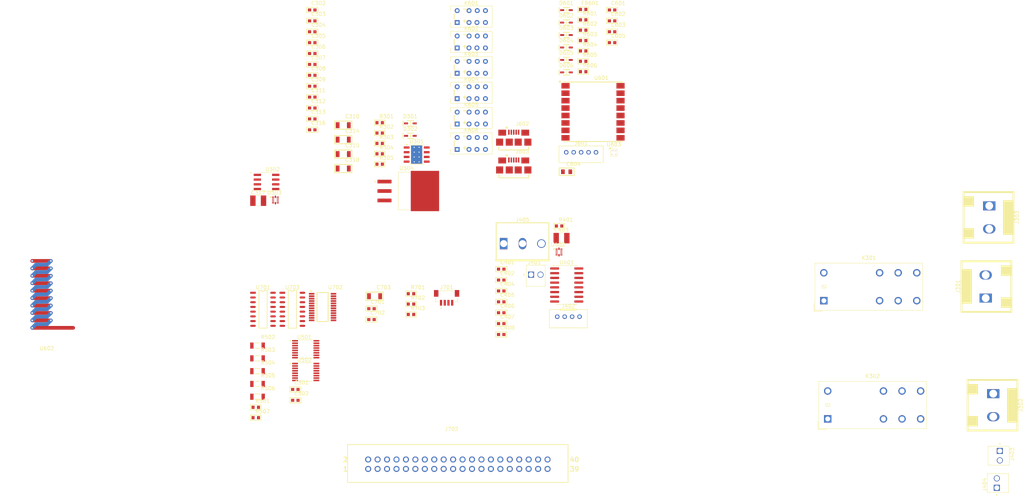
<source format=kicad_pcb>
(kicad_pcb (version 20240108) (generator "pcbnew") (generator_version "8.0")
  (layers (0 "F.Cu" signal) (31 "B.Cu" signal) (34 "B.Paste" user) (35 "F.Paste" user) (36 "B.SilkS" user "B.Silkscreen") (37 "F.SilkS" user "F.Silkscreen") (38 "B.Mask" user) (39 "F.Mask" user) (44 "Edge.Cuts" user))
  (net 0 "")
  (net 1 "GND")
  (net 2 "+48V")
  (net 3 "+3V3")
  (net 4 "/FAN-TEC-HEATER/SENS_TEC")
  (net 5 "VCC")
  (net 6 "/Connectors/TP33")
  (net 7 "/Connectors/TP30")
  (net 8 "/Connectors/TP32")
  (net 9 "/Connectors/TP25")
  (net 10 "VCC_RLY")
  (net 11 "Net-(C316-Pad2)")
  (net 12 "PGND")
  (net 13 "Net-(U402-AIN1)")
  (net 14 "Net-(U402-AIN2)")
  (net 15 "Net-(U402-AIN3)")
  (net 16 "VCC_LORA")
  (net 17 "/Connectors/+48_RLY")
  (net 18 "/Connectors/VAC_RLY")
  (net 19 "/Connectors/CPU_RLY")
  (net 20 "/Connectors/RLY_BTN1")
  (net 21 "/Connectors/RLY_LED1")
  (net 22 "/Connectors/Modem_RLY")
  (net 23 "/Connectors/RLY_BTN2")
  (net 24 "/Connectors/RLY_LED2")
  (net 25 "Net-(J301-Pad2)")
  (net 26 "Net-(J301-Pad1)")
  (net 27 "/POWER/VAC(L)")
  (net 28 "/POWER/VAC(N)")
  (net 29 "/Connectors/TP97")
  (net 30 "/Connectors/TP96")
  (net 31 "/FAN-TEC-HEATER/PWM")
  (net 32 "/FAN-TEC-HEATER/TACH")
  (net 33 "/Connectors/TP34")
  (net 34 "/Connectors/TP36")
  (net 35 "/Connectors/TP37")
  (net 36 "/Connectors/TP35")
  (net 37 "/Connectors/RPI_RX")
  (net 38 "/Connectors/RPI_TX")
  (net 40 "/Peripheral test/CPU_N")
  (net 41 "/Peripheral test/CPU_P")
  (net 42 "Net-(J602-VBUS)")
  (net 43 "/Peripheral test/L_N")
  (net 45 "Net-(J603-VBUS)")
  (net 46 "/Peripheral test/L_P")
  (net 47 "/Connectors/RPI_SCL1")
  (net 48 "/Connectors/RPI_SDA1")
  (net 49 "/Connectors/LED1")
  (net 51 "/Connectors/RPI_INT")
  (net 52 "Net-(J702-Pad1)")
  (net 53 "/Connectors/TP1")
  (net 54 "/Connectors/TP73")
  (net 55 "/Connectors/SPI0_MISO")
  (net 57 "/Connectors/LORA_IO")
  (net 58 "/Connectors/SPI0_SCK")
  (net 61 "/Connectors/RP_PWM2")
  (net 62 "/Connectors/FAN_SEL1")
  (net 63 "/Connectors/RP_PWM1")
  (net 64 "/Connectors/TP79")
  (net 65 "/Connectors/TP78")
  (net 67 "/Connectors/LORA_RESET")
  (net 68 "/Connectors/SPI0_MOSI")
  (net 69 "/Connectors/SPI0_LORA_CS")
  (net 71 "/Connectors/FAN_SEL2")
  (net 72 "/Connectors/RESET_N")
  (net 73 "/Connectors/LED2")
  (net 75 "Net-(K301-Pad11)")
  (net 78 "/Connectors/TP14")
  (net 79 "/Connectors/TP13")
  (net 85 "/Connectors/TP21")
  (net 87 "/Connectors/TP76")
  (net 91 "Net-(K602-Pad3)")
  (net 94 "/Connectors/TP77")
  (net 97 "Net-(K603-Pad3)")
  (net 98 "/Connectors/TP24")
  (net 105 "/Connectors/TP74")
  (net 107 "Net-(K605-Pad3)")
  (net 112 "Net-(K606-Pad3)")
  (net 114 "/Connectors/TP75")
  (net 115 "Net-(U301-IPROPI)")
  (net 116 "Net-(U303-ADDR)")
  (net 117 "Net-(U402-ADDR)")
  (net 118 "AGND")
  (net 119 "Net-(U502-Y1)")
  (net 120 "Net-(U502-Y2)")
  (net 121 "Net-(U502-Y3)")
  (net 122 "Net-(U502-Y4)")
  (net 123 "Net-(U502-Y5)")
  (net 124 "/Connectors/TP93")
  (net 125 "Net-(U601-ANT)")
  (net 126 "Net-(U602-*)")
  (net 130 "/Connectors/TP57")
  (net 131 "/Connectors/TP56")
  (net 132 "/Connectors/TP61")
  (net 133 "/Connectors/TP59")
  (net 134 "/Connectors/TP60")
  (net 135 "/Connectors/TP58")
  (net 136 "/Connectors/TP62")
  (net 139 "Net-(U501-Z)")
  (net 140 "/Connectors/RP_ANALOG_PROBE_SEL1")
  (net 141 "/Connectors/TP50")
  (net 146 "/Connectors/RP_ANALOG_PROBE_SEL2")
  (net 147 "/Connectors/TP55")
  (net 148 "/Connectors/TP54")
  (net 149 "/Connectors/RP_ANALOG_PROBE_SEL0")
  (net 150 "/Connectors/TP53")
  (net 151 "/Connectors/RP_ANALOG_RES_SEL1")
  (net 153 "/Connectors/RP_ANALOG_RES_SEL0")
  (net 156 "/Connectors/RP_ANALOG_RES_SEL2")
  (net 162 "Net-(U701-5B)")
  (net 163 "Net-(U701-4B)")
  (net 164 "Net-(U701-3B)")
  (net 165 "Net-(U701-1B)")
  (net 166 "Net-(U701-6B)")
  (net 167 "Net-(U701-2B)")
  (net 169 "Net-(U701-7B)")
  (net 170 "Net-(U702-P13)")
  (net 172 "Net-(U702-P15)")
  (net 173 "Net-(U702-P16)")
  (net 174 "Net-(U702-P17)")
  (net 175 "Net-(U702-P14)")
  (net 176 "Net-(U702-P12)")
  (net 177 "Net-(U702-P11)")
  (footprint "RES:RES_0603" (layer "F.Cu") (at 165.2131 37.42351)
    (property "Reference" "R602" (at 1.842757 -1.69067 0) (layer "F.SilkS"))
    (property "Value" "${VALUE}")
    (pad "1" smd rect (at -0.725 0) (size 0.8 0.85) (layers "F.Cu" "F.Paste" "F.Mask") (net 126 "Net-(U602-*)"))
    (pad "2" smd rect (at 0.725 0) (size 0.8 0.85) (layers "F.Cu" "F.Paste" "F.Mask") (net 125 "Net-(U601-ANT)"))
  )
  (footprint "CAP:CAP_0603" (layer "F.Cu") (at 143.1731 119.29619)
    (property "Reference" "C408" (at 1.652757 -1.83067 0) (layer "F.SilkS"))
    (property "Value" "${VALUE}")
    (pad "1" smd rect (at -0.725 0) (size 0.85 0.8) (layers "F.Cu" "F.Paste" "F.Mask") (net 1 "GND"))
    (pad "2" smd rect (at 0.725 0) (size 0.85 0.8) (layers "F.Cu" "F.Paste" "F.Mask") (net 15 "Net-(U402-AIN3)"))
  )
  (footprint "Relay_THT:Relay_DPDT_Omron_G2RL-2" (layer "F.Cu") (at 229.9625 110.1875 90)
    (property "Reference" "K301" (at 11.5 12.1 360) (layer "F.SilkS"))
    (property "Value" "G2RL-2")
    (pad "11" thru_hole circle (at 0 20 90) (size 2 2) (drill 1.3) (layers "*.Cu" "*.Mask") (net 75 "Net-(K301-Pad11)"))
    (pad "12" thru_hole circle (at 0 15 90) (size 2 2) (drill 1.3) (layers "*.Cu" "*.Mask"))
    (pad "14" thru_hole circle (at 0 25 90) (size 2 2) (drill 1.3) (layers "*.Cu" "*.Mask") (net 1 "GND"))
    (pad "21" thru_hole circle (at 7.5 20 90) (size 2 2) (drill 1.3) (layers "*.Cu" "*.Mask") (net 25 "Net-(J301-Pad2)"))
    (pad "22" thru_hole circle (at 7.5 15 90) (size 2 2) (drill 1.3) (layers "*.Cu" "*.Mask"))
    (pad "24" thru_hole circle (at 7.5 25 90) (size 2 2) (drill 1.3) (layers "*.Cu" "*.Mask") (net 2 "+48V"))
    (pad "A1" thru_hole rect (at 0 0 90) (size 2 2) (drill 1.3) (layers "*.Cu" "*.Mask") (net 10 "VCC_RLY"))
    (pad "A2" thru_hole circle (at 7.5 0 90) (size 2 2) (drill 1.3) (layers "*.Cu" "*.Mask") (net 17 "/Connectors/+48_RLY"))
  )
  (footprint "Package_BGA:Texas_DSBGA-5_1.5855x1.6365mm_Layout3x2_P0.5mm" (layer "F.Cu") (at 173.4981 70.3465)
    (property "Reference" "U603" (at -0.01 -2.15 0) (layer "F.SilkS"))
    (property "Value" "M95256-WMN6P")
    (pad "A1" smd circle (at -0.5 -0.5 270) (size 0.16 0.16) (layers "F.Cu" "F.Paste" "F.Mask"))
    (pad "A2" smd circle (at 0 -0.5 270) (size 0.16 0.16) (layers "F.Cu" "F.Paste" "F.Mask"))
    (pad "A3" smd circle (at 0.5 -0.5 270) (size 0.16 0.16) (layers "F.Cu" "F.Paste" "F.Mask"))
    (pad "B1" smd circle (at -0.5 0.5 270) (size 0.16 0.16) (layers "F.Cu" "F.Paste" "F.Mask"))
    (pad "B3" smd circle (at 0.5 0.5 270) (size 0.16 0.16) (layers "F.Cu" "F.Paste" "F.Mask"))
  )
  (footprint "IC:SOIC127P599X175-8N" (layer "F.Cu") (at 79.7791 78.2515)
    (property "Reference" "U302" (at 1.867843 -3.4 0) (layer "F.SilkS"))
    (property "Value" "TMCS1108")
    (pad "1" smd roundrect (at -2.216 -1.905) (size 1.97 0.6) (layers "F.Cu" "F.Paste" "F.Mask") (roundrect_rratio 0.125) (net 75 "Net-(K301-Pad11)"))
    (pad "2" smd roundrect (at -2.216 -0.635) (size 1.97 0.6) (layers "F.Cu" "F.Paste" "F.Mask") (roundrect_rratio 0.125) (net 75 "Net-(K301-Pad11)"))
    (pad "3" smd roundrect (at -2.216 0.635) (size 1.97 0.6) (layers "F.Cu" "F.Paste" "F.Mask") (roundrect_rratio 0.125) (net 26 "Net-(J301-Pad1)"))
    (pad "4" smd roundrect (at -2.216 1.905) (size 1.97 0.6) (layers "F.Cu" "F.Paste" "F.Mask") (roundrect_rratio 0.125) (net 26 "Net-(J301-Pad1)"))
    (pad "5" smd roundrect (at 2.724 1.905) (size 1.97 0.6) (layers "F.Cu" "F.Paste" "F.Mask") (roundrect_rratio 0.125) (net 1 "GND"))
    (pad "6" smd roundrect (at 2.724 0.635) (size 1.97 0.6) (layers "F.Cu" "F.Paste" "F.Mask") (roundrect_rratio 0.125))
    (pad "7" smd roundrect (at 2.724 -0.635) (size 1.97 0.6) (layers "F.Cu" "F.Paste" "F.Mask") (roundrect_rratio 0.125) (net 4 "/FAN-TEC-HEATER/SENS_TEC"))
    (pad "8" smd roundrect (at 2.724 -1.905) (size 1.97 0.6) (layers "F.Cu" "F.Paste" "F.Mask") (roundrect_rratio 0.125) (net 3 "+3V3"))
  )
  (footprint "IC:16-TSSOP" (layer "F.Cu") (at 90.5731 123.255)
    (property "Reference" "U501" (at -0.3675 -3.2635 0) (layer "F.SilkS"))
    (property "Value" "XS3A4051PWJ")
    (pad "1" smd roundrect (at -2.87 -2.275) (size 1.57 0.41) (layers "F.Cu" "F.Paste" "F.Mask") (roundrect_rratio 0.125) (net 150 "/Connectors/TP53"))
    (pad "2" smd roundrect (at -2.87 -1.625) (size 1.57 0.41) (layers "F.Cu" "F.Paste" "F.Mask") (roundrect_rratio 0.125))
    (pad "3" smd roundrect (at -2.87 -0.975) (size 1.57 0.41) (layers "F.Cu" "F.Paste" "F.Mask") (roundrect_rratio 0.125) (net 139 "Net-(U501-Z)"))
    (pad "4" smd roundrect (at -2.87 -0.325) (size 1.57 0.41) (layers "F.Cu" "F.Paste" "F.Mask") (roundrect_rratio 0.125))
    (pad "5" smd roundrect (at -2.87 0.325) (size 1.57 0.41) (layers "F.Cu" "F.Paste" "F.Mask") (roundrect_rratio 0.125) (net 148 "/Connectors/TP54"))
    (pad "6" smd roundrect (at -2.87 0.975) (size 1.57 0.41) (layers "F.Cu" "F.Paste" "F.Mask") (roundrect_rratio 0.125) (net 1 "GND"))
    (pad "7" smd roundrect (at -2.87 1.625) (size 1.57 0.41) (layers "F.Cu" "F.Paste" "F.Mask") (roundrect_rratio 0.125))
    (pad "8" smd roundrect (at -2.87 2.275) (size 1.57 0.41) (layers "F.Cu" "F.Paste" "F.Mask") (roundrect_rratio 0.125) (net 1 "GND"))
    (pad "9" smd roundrect (at 2.87 2.275) (size 1.57 0.41) (layers "F.Cu" "F.Paste" "F.Mask") (roundrect_rratio 0.125) (net 146 "/Connectors/RP_ANALOG_PROBE_SEL2"))
    (pad "10" smd roundrect (at 2.87 1.625) (size 1.57 0.41) (layers "F.Cu" "F.Paste" "F.Mask") (roundrect_rratio 0.125) (net 140 "/Connectors/RP_ANALOG_PROBE_SEL1"))
    (pad "11" smd roundrect (at 2.87 0.975) (size 1.57 0.41) (layers "F.Cu" "F.Paste" "F.Mask") (roundrect_rratio 0.125) (net 149 "/Connectors/RP_ANALOG_PROBE_SEL0"))
    (pad "12" smd roundrect (at 2.87 0.325) (size 1.57 0.41) (layers "F.Cu" "F.Paste" "F.Mask") (roundrect_rratio 0.125))
    (pad "13" smd roundrect (at 2.87 -0.325) (size 1.57 0.41) (layers "F.Cu" "F.Paste" "F.Mask") (roundrect_rratio 0.125))
    (pad "14" smd roundrect (at 2.87 -0.975) (size 1.57 0.41) (layers "F.Cu" "F.Paste" "F.Mask") (roundrect_rratio 0.125) (net 141 "/Connectors/TP50"))
    (pad "15" smd roundrect (at 2.87 -1.625) (size 1.57 0.41) (layers "F.Cu" "F.Paste" "F.Mask") (roundrect_rratio 0.125) (net 147 "/Connectors/TP55"))
    (pad "16" smd roundrect (at 2.87 -2.275) (size 1.57 0.41) (layers "F.Cu" "F.Paste" "F.Mask") (roundrect_rratio 0.125) (net 3 "+3V3"))
  )
  (footprint "CONN:5POS 2MM JST" (layer "F.Cu") (at 160.6593 70.2777)
    (property "Reference" "J601" (at 4 -2.4762 0) (layer "F.SilkS"))
    (property "Value" "SWR201-NRTN-S05-SA-WH")
    (pad "1" thru_hole circle (at 0 0) (size 1.2 1.2) (drill 0.7) (layers "*.Cu" "*.Mask") (net 37 "/Connectors/RPI_RX"))
    (pad "2" thru_hole circle (at 2 0) (size 1.2 1.2) (drill 0.7) (layers "*.Cu" "*.Mask") (net 38 "/Connectors/RPI_TX"))
    (pad "3" thru_hole circle (at 4 0) (size 1.2 1.2) (drill 0.7) (layers "*.Cu" "*.Mask") (net 1 "GND"))
    (pad "4" thru_hole circle (at 6 0) (size 1.2 1.2) (drill 0.7) (layers "*.Cu" "*.Mask") (net 3 "+3V3"))
    (pad "5" thru_hole circle (at 8 0) (size 1.2 1.2) (drill 0.7) (layers "*.Cu" "*.Mask") (net 5 "VCC"))
  )
  (footprint "CONN:101181920001LF" (layer "F.Cu") (at 146.53315 66.55211)
    (property "Reference" "J602" (at 2.305499 -3.95061 0) (layer "F.SilkS"))
    (property "Value" "10118192-0001LF")
    (pad "1" smd rect (at -1.29997 -1.68199 90) (size 1.35001 0.40005) (layers "F.Cu" "F.Paste" "F.Mask") (net 42 "Net-(J602-VBUS)"))
    (pad "2" smd rect (at -0.64999 -1.68199 90) (size 1.35001 0.40005) (layers "F.Cu" "F.Paste" "F.Mask") (net 40 "/Peripheral test/CPU_N"))
    (pad "3" smd rect (at 0 -1.68199 90) (size 1.35001 0.40005) (layers "F.Cu" "F.Paste" "F.Mask") (net 41 "/Peripheral test/CPU_P"))
    (pad "4" smd rect (at 0.64999 -1.68199 90) (size 1.35001 0.40005) (layers "F.Cu" "F.Paste" "F.Mask"))
    (pad "5" smd rect (at 1.29997 -1.68199 90) (size 1.35001 0.40005) (layers "F.Cu" "F.Paste" "F.Mask") (net 1 "GND"))
    (pad "6" smd rect (at -3.10007 -1.55702) (size 2.10007 1.59995) (layers "F.Cu" "F.Paste" "F.Mask") (net 1 "GND"))
    (pad "7" smd rect (at 3.10007 -1.55702) (size 2.10007 1.59995) (layers "F.Cu" "F.Paste" "F.Mask") (net 1 "GND"))
    (pad "8" smd rect (at -1.1999 0.99289) (size 1.89992 1.89992) (layers "F.Cu" "F.Paste" "F.Mask") (net 1 "GND"))
    (pad "9" smd rect (at 1.1999 0.99289) (size 1.89992 1.89992) (layers "F.Cu" "F.Paste" "F.Mask") (net 1 "GND"))
    (pad "10" smd rect (at -3.80009 0.99289) (size 1.89992 1.89992) (layers "F.Cu" "F.Paste" "F.Mask") (net 1 "GND"))
    (pad "11" smd rect (at 3.80009 0.99289) (size 1.89992 1.89992) (layers "F.Cu" "F.Paste" "F.Mask") (net 1 "GND"))
  )
  (footprint "RES:RES_0603" (layer "F.Cu") (at 165.2131 34.63284)
    (property "Reference" "R601" (at 1.842757 -1.69067 0) (layer "F.SilkS"))
    (property "Value" "${VALUE}")
    (pad "1" smd rect (at -0.725 0) (size 0.8 0.85) (layers "F.Cu" "F.Paste" "F.Mask") (net 5 "VCC"))
    (pad "2" smd rect (at 0.725 0) (size 0.8 0.85) (layers "F.Cu" "F.Paste" "F.Mask") (net 124 "/Connectors/TP93"))
  )
  (footprint "CONN:TST-120-01-X-D" (layer "F.Cu") (at 131.5 154)
    (property "Reference" "J702" (at -1.6885 -9.26201 0) (layer "F.SilkS"))
    (property "Value" "1-00777")
    (fp_text user "2" (at -31.03 -0.288415 0) (layer "F.SilkS") (effects (font (size 1.27 1.27) (thickness 0.254)) (justify left bottom)))
    (fp_text user "40" (at 30.001 -0.288415 0) (layer "F.SilkS") (effects (font (size 1.27 1.27) (thickness 0.254)) (justify left bottom)))
    (fp_text user "39" (at 30.001 2.251585 0) (layer "F.SilkS") (effects (font (size 1.27 1.27) (thickness 0.254)) (justify left bottom)))
    (fp_text user "1" (at -31.03 2.251585 0) (layer "F.SilkS") (effects (font (size 1.27 1.27) (thickness 0.254)) (justify left bottom)))
    (pad "1" thru_hole circle (at -24.13 1.45999) (size 1.62001 1.62001) (drill 1.01999) (layers "*.Cu") (net 52 "Net-(J702-Pad1)"))
    (pad "2" thru_hole circle (at -24.13 -1.08001) (size 1.62001 1.62001) (drill 1.01999) (layers "*.Cu") (net 5 "VCC"))
    (pad "3" thru_hole circle (at -21.59 1.45999) (size 1.62001 1.62001) (drill 1.01999) (layers "*.Cu") (net 48 "/Connectors/RPI_SDA1"))
    (pad "4" thru_hole circle (at -21.59 -1.08001) (size 1.62001 1.62001) (drill 1.01999) (layers "*.Cu") (net 5 "VCC"))
    (pad "5" thru_hole circle (at -19.05 1.45999) (size 1.62001 1.62001) (drill 1.01999) (layers "*.Cu") (net 47 "/Connectors/RPI_SCL1"))
    (pad "6" thru_hole circle (at -19.05 -1.08001) (size 1.62001 1.62001) (drill 1.01999) (layers "*.Cu") (net 1 "GND"))
    (pad "7" thru_hole circle (at -16.51 1.45999) (size 1.62001 1.62001) (drill 1.01999) (layers "*.Cu") (net 51 "/Connectors/RPI_INT"))
    (pad "8" thru_hole circle (at -16.51 -1.08001) (size 1.62001 1.62001) (drill 1.01999) (layers "*.Cu") (net 38 "/Connectors/RPI_TX"))
    (pad "9" thru_hole circle (at -13.97 1.45999) (size 1.62001 1.62001) (drill 1.01999) (layers "*.Cu") (net 1 "GND"))
    (pad "10" thru_hole circle (at -13.97 -1.08001) (size 1.62001 1.62001) (drill 1.01999) (layers "*.Cu") (net 37 "/Connectors/RPI_RX"))
    (pad "11" thru_hole circle (at -11.43 1.45999) (size 1.62001 1.62001) (drill 1.01999) (layers "*.Cu") (net 71 "/Connectors/FAN_SEL2"))
    (pad "12" thru_hole circle (at -11.43 -1.08001) (size 1.62001 1.62001) (drill 1.01999) (layers "*.Cu"))
    (pad "13" thru_hole circle (at -8.89 1.45999) (size 1.62001 1.62001) (drill 1.01999) (layers "*.Cu") (net 62 "/Connectors/FAN_SEL1"))
    (pad "14" thru_hole circle (at -8.89 -1.08001) (size 1.62001 1.62001) (drill 1.01999) (layers "*.Cu") (net 1 "GND"))
    (pad "15" thru_hole circle (at -6.35 1.45999) (size 1.62001 1.62001) (drill 1.01999) (layers "*.Cu") (net 53 "/Connectors/TP1"))
    (pad "16" thru_hole circle (at -6.35 -1.08001) (size 1.62001 1.62001) (drill 1.01999) (layers "*.Cu"))
    (pad "17" thru_hole circle (at -3.81 1.45999) (size 1.62001 1.62001) (drill 1.01999) (layers "*.Cu") (net 52 "Net-(J702-Pad1)"))
    (pad "18" thru_hole circle (at -3.81 -1.08001) (size 1.62001 1.62001) (drill 1.01999) (layers "*.Cu") (net 57 "/Connectors/LORA_IO"))
    (pad "19" thru_hole circle (at -1.27 1.45999) (size 1.62001 1.62001) (drill 1.01999) (layers "*.Cu") (net 68 "/Connectors/SPI0_MOSI"))
    (pad "20" thru_hole circle (at -1.27 -1.08001) (size 1.62001 1.62001) (drill 1.01999) (layers "*.Cu") (net 1 "GND"))
    (pad "21" thru_hole circle (at 1.27 1.45999) (size 1.62001 1.62001) (drill 1.01999) (layers "*.Cu") (net 55 "/Connectors/SPI0_MISO"))
    (pad "22" thru_hole circle (at 1.27 -1.08001) (size 1.62001 1.62001) (drill 1.01999) (layers "*.Cu") (net 67 "/Connectors/LORA_RESET"))
    (pad "23" thru_hole circle (at 3.81 1.45999) (size 1.62001 1.62001) (drill 1.01999) (layers "*.Cu") (net 58 "/Connectors/SPI0_SCK"))
    (pad "24" thru_hole circle (at 3.81 -1.08001) (size 1.62001 1.62001) (drill 1.01999) (layers "*.Cu"))
    (pad "25" thru_hole circle (at 6.35 1.45999) (size 1.62001 1.62001) (drill 1.01999) (layers "*.Cu") (net 1 "GND"))
    (pad "26" thru_hole circle (at 6.35 -1.08001) (size 1.62001 1.62001) (drill 1.01999) (layers "*.Cu") (net 69 "/Connectors/SPI0_LORA_CS"))
    (pad "27" thru_hole circle (at 8.89 1.45999) (size 1.62001 1.62001) (drill 1.01999) (layers "*.Cu"))
    (pad "28" thru_hole circle (at 8.89 -1.08001) (size 1.62001 1.62001) (drill 1.01999) (layers "*.Cu"))
    (pad "29" thru_hole circle (at 11.43 1.45999) (size 1.62001 1.62001) (drill 1.01999) (layers "*.Cu") (net 73 "/Connectors/LED2"))
    (pad "30" thru_hole circle (at 11.43 -1.08001) (size 1.62001 1.62001) (drill 1.01999) (layers "*.Cu") (net 1 "GND"))
    (pad "31" thru_hole circle (at 13.97 1.45999) (size 1.62001 1.62001) (drill 1.01999) (layers "*.Cu") (net 49 "/Connectors/LED1"))
    (pad "32" thru_hole circle (at 13.97 -1.08001) (size 1.62001 1.62001) (drill 1.01999) (layers "*.Cu"))
    (pad "33" thru_hole circle (at 16.51 1.45999) (size 1.62001 1.62001) (drill 1.01999) (layers "*.Cu") (net 61 "/Connectors/RP_PWM2"))
    (pad "34" thru_hole circle (at 16.51 -1.08001) (size 1.62001 1.62001) (drill 1.01999) (layers "*.Cu") (net 1 "GND"))
    (pad "35" thru_hole circle (at 19.05 1.45999) (size 1.62001 1.62001) (drill 1.01999) (layers "*.Cu") (net 63 "/Connectors/RP_PWM1"))
    (pad "36" thru_hole circle (at 19.05 -1.08001) (size 1.62001 1.62001) (drill 1.01999) (layers "*.Cu") (net 65 "/Connectors/TP78"))
    (pad "37" thru_hole circle (at 21.59 1.45999) (size 1.62001 1.62001) (drill 1.01999) (layers "*.Cu") (net 54 "/Connectors/TP73"))
    (pad "38" thru_hole circle (at 21.59 -1.08001) (size 1.62001 1.62001) (drill 1.01999) (layers "*.Cu") (net 64 "/Connectors/TP79"))
    (pad "39" thru_hole circle (at 24.13 1.45999) (size 1.62001 1.62001) (drill 1.01999) (layers "*.Cu") (net 1 "GND"))
    (pad "40" thru_hole circle (at 24.13 -1.08001) (size 1.62001 1.62001) (drill 1.01999) (layers "*.Cu") (net 72 "/Connectors/RESET_N"))
  )
  (footprint "CAP:CAP_0603" (layer "F.Cu") (at 92.3331 64.21954)
    (property "Reference" "C316" (at 1.652757 -1.83067 0) (layer "F.SilkS"))
    (property "Value" "${VALUE}")
    (pad "1" smd rect (at -0.725 0) (size 0.85 0.8) (layers "F.Cu" "F.Paste" "F.Mask") (net 1 "GND"))
    (pad "2" smd rect (at 0.725 0) (size 0.85 0.8) (layers "F.Cu" "F.Paste" "F.Mask") (net 11 "Net-(C316-Pad2)"))
  )
  (footprint "CONN:JST_BM04B-SRSS-TB(LF)(SN)" (layer "F.Cu") (at 128.4731 108.2315)
    (property "Reference" "J701" (at 0 -1.6 0) (layer "F.SilkS"))
    (property "Value" "1-00837")
    (pad "1" smd rect (at -1.5 2.525) (size 0.6 1.55) (layers "F.Cu" "F.Paste" "F.Mask") (net 47 "/Connectors/RPI_SCL1"))
    (pad "2" smd rect (at -0.5 2.525) (size 0.6 1.55) (layers "F.Cu" "F.Paste" "F.Mask") (net 48 "/Connectors/RPI_SDA1"))
    (pad "3" smd rect (at 0.5 2.525) (size 0.6 1.55) (layers "F.Cu" "F.Paste" "F.Mask") (net 1 "GND"))
    (pad "4" smd rect (at 1.5 2.525) (size 0.6 1.55) (layers "F.Cu" "F.Paste" "F.Mask") (net 3 "+3V3"))
    (pad "S1" smd rect (at -2.8 0) (size 1.2 1.8) (layers "F.Cu" "F.Paste" "F.Mask") (net 1 "GND"))
    (pad "S2" smd rect (at 2.8 0) (size 1.2 1.8) (layers "F.Cu" "F.Paste" "F.Mask") (net 1 "GND"))
  )
  (footprint "CONN:B02P-VL" (layer "F.Cu") (at 275.5375 138.3125 -90)
    (property "Reference" "J302" (at 0 -7.45 90) (layer "F.SilkS"))
    (property "Value" "DME-03")
    (pad "1" thru_hole rect (at -3.1 0 270) (size 2.4 3.3) (drill 2.1) (layers "*.Cu" "*.Mask") (net 27 "/POWER/VAC(L)"))
    (pad "2" thru_hole oval (at 3.1 0 270) (size 2.4 3.3) (drill 2.1) (layers "*.Cu" "*.Mask") (net 28 "/POWER/VAC(N)"))
  )
  (footprint "CAP:CAP_1206" (layer "F.Cu") (at 100.6601 62.98251)
    (property "Reference" "C310" (at 2.438143 -2.36101 0) (layer "F.SilkS"))
    (property "Value" "${VALUE}")
    (pad "1" smd rect (at -1.5 0) (size 1 1.6) (layers "F.Cu" "F.Paste" "F.Mask") (net 5 "VCC"))
    (pad "2" smd rect (at 1.5 0) (size 1 1.6) (layers "F.Cu" "F.Paste" "F.Mask") (net 1 "GND"))
  )
  (footprint "DIO:SOD323" (layer "F.Cu") (at 160.7159 38.72715)
    (property "Reference" "D603" (at -0.04134 -1.87513 0) (layer "F.SilkS"))
    (property "Value" "${VALUE}")
    (pad "1" smd rect (at -1.15011 0) (size 1.10007 0.50013) (layers "F.Cu" "F.Paste" "F.Mask") (net 10 "VCC_RLY"))
    (pad "2" smd rect (at 1.15011 0) (size 1.10007 0.50013) (layers "F.Cu" "F.Paste" "F.Mask") (net 21 "/Connectors/RLY_LED1"))
  )
  (footprint "CAP:CAP_0603" (layer "F.Cu") (at 143.1731 107.57351)
    (property "Reference" "C404" (at 1.652757 -1.83067 0) (layer "F.SilkS"))
    (property "Value" "${VALUE}")
    (pad "1" smd rect (at -0.725 0) (size 0.85 0.8) (layers "F.Cu" "F.Paste" "F.Mask") (net 5 "VCC"))
    (pad "2" smd rect (at 0.725 0) (size 0.85 0.8) (layers "F.Cu" "F.Paste" "F.Mask") (net 1 "GND"))
  )
  (footprint "CONN:B02P-VL" (layer "F.Cu") (at 274.4625 87.7875 -90)
    (property "Reference" "J303" (at 0 -7.45 90) (layer "F.SilkS"))
    (property "Value" "DME-03")
    (pad "1" thru_hole rect (at -3.1 0 270) (size 2.4 3.3) (drill 2.1) (layers "*.Cu" "*.Mask") (net 5 "VCC"))
    (pad "2" thru_hole oval (at 3.1 0 270) (size 2.4 3.3) (drill 2.1) (layers "*.Cu" "*.Mask") (net 1 "GND"))
  )
  (footprint "CAP:CAP_0603" (layer "F.Cu") (at 108.2631 112.34217)
    (property "Reference" "C701" (at 1.652757 -1.83067 0) (layer "F.SilkS"))
    (property "Value" "~")
    (pad "1" smd rect (at -0.725 0) (size 0.85 0.8) (layers "F.Cu" "F.Paste" "F.Mask") (net 5 "VCC"))
    (pad "2" smd rect (at 0.725 0) (size 0.85 0.8) (layers "F.Cu" "F.Paste" "F.Mask") (net 1 "GND"))
  )
  (footprint "RES:RES_0603" (layer "F.Cu") (at 77.1331 141.67284)
    (property "Reference" "R507" (at 1.842757 -1.69067 0) (layer "F.SilkS"))
    (property "Value" "${VALUE}")
    (pad "1" smd rect (at -0.725 0) (size 0.8 0.85) (layers "F.Cu" "F.Paste" "F.Mask") (net 118 "AGND"))
    (pad "2" smd rect (at 0.725 0) (size 0.8 0.85) (layers "F.Cu" "F.Paste" "F.Mask") (net 1 "GND"))
  )
  (footprint "DIO:SOD323" (layer "F.Cu") (at 118.7259 62.49663)
    (property "Reference" "D301" (at -0.04134 -1.87513 0) (layer "F.SilkS"))
    (property "Value" "${VALUE}")
    (pad "1" smd rect (at -1.15011 0) (size 1.10007 0.50013) (layers "F.Cu" "F.Paste" "F.Mask") (net 10 "VCC_RLY"))
    (pad "2" smd rect (at 1.15011 0) (size 1.10007 0.50013) (layers "F.Cu" "F.Paste" "F.Mask") (net 17 "/Connectors/+48_RLY"))
  )
  (footprint "CAP:CAP_0603" (layer "F.Cu") (at 143.1731 101.71217)
    (property "Reference" "C401" (at 1.652757 -1.83067 0) (layer "F.SilkS"))
    (property "Value" "${VALUE}")
    (pad "1" smd rect (at -0.725 0) (size 0.85 0.8) (layers "F.Cu" "F.Paste" "F.Mask") (net 5 "VCC"))
    (pad "2" smd rect (at 0.725 0) (size 0.85 0.8) (layers "F.Cu" "F.Paste" "F.Mask") (net 1 "GND"))
  )
  (footprint "RES:RES_1206" (layer "F.Cu") (at 77.6081 132.59716)
    (property "Reference" "R505" (at 2.804143 -2.28101 0) (layer "F.SilkS"))
    (property "Value" "${VALUE}")
    (pad "1" smd rect (at -1.525 0 90) (size 1.65 0.9) (layers "F.Cu" "F.Paste" "F.Mask") (net 118 "AGND"))
    (pad "2" smd rect (at 1.525 0 90) (size 1.65 0.9) (layers "F.Cu" "F.Paste" "F.Mask") (net 122 "Net-(U502-Y4)"))
  )
  (footprint "RES:RES_0603" (layer "F.Cu") (at 118.8931 108.32217)
    (property "Reference" "R701" (at 1.842757 -1.69067 0) (layer "F.SilkS"))
    (property "Value" "~")
    (pad "1" smd rect (at -0.725 0) (size 0.8 0.85) (layers "F.Cu" "F.Paste" "F.Mask") (net 3 "+3V3"))
    (pad "2" smd rect (at 0.725 0) (size 0.8 0.85) (layers "F.Cu" "F.Paste" "F.Mask") (net 48 "/Connectors/RPI_SDA1"))
  )
  (footprint "CAP:CAP_0603" (layer "F.Cu") (at 92.3331 34.91284)
    (property "Reference" "C303" (at 1.652757 -1.83067 0) (layer "F.SilkS"))
    (property "Value" "${VALUE}")
    (pad "1" smd rect (at -0.725 0) (size 0.85 0.8) (layers "F.Cu" "F.Paste" "F.Mask") (net 3 "+3V3"))
    (pad "2" smd rect (at 0.725 0) (size 0.85 0.8) (layers "F.Cu" "F.Paste" "F.Mask") (net 1 "GND"))
  )
  (footprint "CONN:101181920001LF" (layer "F.Cu") (at 146.53315 74.02972)
    (property "Reference" "J603" (at 2.305499 -3.95061 0) (layer "F.SilkS"))
    (property "Value" "10118192-0001LF")
    (pad "1" smd rect (at -1.29997 -1.68199 90) (size 1.35001 0.40005) (layers "F.Cu" "F.Paste" "F.Mask") (net 45 "Net-(J603-VBUS)"))
    (pad "2" smd rect (at -0.64999 -1.68199 90) (size 1.35001 0.40005) (layers "F.Cu" "F.Paste" "F.Mask") (net 43 "/Peripheral test/L_N"))
    (pad "3" smd rect (at 0 -1.68199 90) (size 1.35001 0.40005) (layers "F.Cu" "F.Paste" "F.Mask") (net 46 "/Peripheral test/L_P"))
    (pad "4" smd rect (at 0.64999 -1.68199 90) (size 1.35001 0.40005) (layers "F.Cu" "F.Paste" "F.Mask"))
    (pad "5" smd rect (at 1.29997 -1.68199 90) (size 1.35001 0.40005) (layers "F.Cu" "F.Paste" "F.Mask") (net 1 "GND"))
    (pad "6" smd rect (at -3.10007 -1.55702) (size 2.10007 1.59995) (layers "F.Cu" "F.Paste" "F.Mask") (net 1 "GND"))
    (pad "7" smd rect (at 3.10007 -1.55702) (size 2.10007 1.59995) (layers "F.Cu" "F.Paste" "F.Mask") (net 1 "GND"))
    (pad "8" smd rect (at -1.1999 0.99289) (size 1.89992 1.89992) (layers "F.Cu" "F.Paste" "F.Mask") (net 1 "GND"))
    (pad "9" smd rect (at 1.1999 0.99289) (size 1.89992 1.89992) (layers "F.Cu" "F.Paste" "F.Mask") (net 1 "GND"))
    (pad "10" smd rect (at -3.80009 0.99289) (size 1.89992 1.89992) (layers "F.Cu" "F.Paste" "F.Mask") (net 1 "GND"))
    (pad "11" smd rect (at 3.80009 0.99289) (size 1.89992 1.89992) (layers "F.Cu" "F.Paste" "F.Mask") (net 1 "GND"))
  )
  (footprint "DIO:SOD323" (layer "F.Cu") (at 160.7159 45.42767)
    (property "Reference" "D605" (at -0.04134 -1.87513 0) (layer "F.SilkS"))
    (property "Value" "${VALUE}")
    (pad "1" smd rect (at -1.15011 0) (size 1.10007 0.50013) (layers "F.Cu" "F.Paste" "F.Mask") (net 10 "VCC_RLY"))
    (pad "2" smd rect (at 1.15011 0) (size 1.10007 0.50013) (layers "F.Cu" "F.Paste" "F.Mask") (net 23 "/Connectors/RLY_BTN2"))
  )
  (footprint "MISC:KEMET_UA2" (layer "F.Cu") (at 138.92 49.019)
    (property "Reference" "K603" (at -3.8017 -5.2135 0) (layer "F.SilkS"))
    (property "Value" "1-00784")
    (fp_text user "+" (at -6.322 0.12446 0) (layer "F.SilkS") (effects (font (size 1.016 1.016) (thickness 0.254)) (justify left bottom)))
    (fp_text user "-" (at -6.33 -3.05054 0) (layer "F.SilkS") (effects (font (size 1.016 1.016) (thickness 0.254)) (justify left bottom)))
    (pad "1" thru_hole rect (at -7.6 0) (size 1.3 1.3) (drill 0.7) (layers "*.Cu" "*.Mask") (net 10 "VCC_RLY"))
    (pad "2" thru_hole circle (at -4.42 0) (size 1.3 1.3) (drill 0.7) (layers "*.Cu" "*.Mask") (net 94 "/Connectors/TP77"))
    (pad "3" thru_hole circle (at -2.28 0) (size 1.3 1.3) (drill 0.7) (layers "*.Cu" "*.Mask") (net 97 "Net-(K603-Pad3)"))
    (pad "4" thru_hole circle (at 0 0) (size 1.3 1.3) (drill 0.7) (layers "*.Cu" "*.Mask"))
    (pad "5" thru_hole circle (at 0 -3.2) (size 1.3 1.3) (drill 0.7) (layers "*.Cu" "*.Mask"))
    (pad "6" thru_hole circle (at -2.2 -3.2) (size 1.3 1.3) (drill 0.7) (layers "*.Cu" "*.Mask"))
    (pad "7" thru_hole circle (at -4.4 -3.2) (size 1.3 1.3) (drill 0.7) (layers "*.Cu" "*.Mask"))
    (pad "8" thru_hole circle (at -7.6 -3.2) (size 1.3 1.3) (drill 0.7) (layers "*.Cu" "*.Mask") (net 21 "/Connectors/RLY_LED1"))
  )
  (footprint "CAP:CAP_0603" (layer "F.Cu") (at 87.7831 134.07217)
    (property "Reference" "C501" (at 1.652757 -1.83067 0) (layer "F.SilkS"))
    (property "Value" "${VALUE}")
    (pad "1" smd rect (at -0.725 0) (size 0.85 0.8) (layers "F.Cu" "F.Paste" "F.Mask") (net 3 "+3V3"))
    (pad "2" smd rect (at 0.725 0) (size 0.85 0.8) (layers "F.Cu" "F.Paste" "F.Mask") (net 1 "GND"))
  )
  (footprint "CAP:CAP_0603" (layer "F.Cu") (at 143.1731 110.50418)
    (property "Reference" "C405" (at 1.652757 -1.83067 0) (layer "F.SilkS"))
    (property "Value" "${VALUE}")
    (pad "1" smd rect (at -0.725 0) (size 0.85 0.8) (layers "F.Cu" "F.Paste" "F.Mask") (net 1 "GND"))
    (pad "2" smd rect (at 0.725 0) (size 0.85 0.8) (layers "F.Cu" "F.Paste" "F.Mask") (net 4 "/FAN-TEC-HEATER/SENS_TEC"))
  )
  (footprint "Package_SO:Texas_HSOP-8-1EP_3.9x4.9mm_P1.27mm_ThermalVias" (layer "F.Cu") (at 120.4181 70.8865)
    (property "Reference" "U301" (at 0 -3.5 0) (layer "F.SilkS"))
    (property "Value" "*")
    (pad "1" smd rect (at -2.7 -1.905) (size 1.55 0.6) (layers "F.Cu" "F.Paste" "F.Mask") (net 115 "Net-(U301-IPROPI)"))
    (pad "2" smd rect (at -2.7 -0.635) (size 1.55 0.6) (layers "F.Cu" "F.Paste" "F.Mask") (net 61 "/Connectors/RP_PWM2"))
    (pad "3" smd rect (at -2.7 0.635) (size 1.55 0.6) (layers "F.Cu" "F.Paste" "F.Mask") (net 63 "/Connectors/RP_PWM1"))
    (pad "4" smd rect (at -2.7 1.905) (size 1.55 0.6) (layers "F.Cu" "F.Paste" "F.Mask") (net 3 "+3V3"))
    (pad "5" smd rect (at 2.7 1.905) (size 1.55 0.6) (layers "F.Cu" "F.Paste" "F.Mask") (net 2 "+48V"))
    (pad "6" smd rect (at 2.7 0.635) (size 1.55 0.6) (layers "F.Cu" "F.Paste" "F.Mask") (net 78 "/Connectors/TP14"))
    (pad "7" smd rect (at 2.7 -0.635) (size 1.55 0.6) (layers "F.Cu" "F.Paste" "F.Mask") (net 1 "GND"))
    (pad "8" smd rect (at 2.7 -1.905) (size 1.55 0.6) (layers "F.Cu" "F.Paste" "F.Mask") (net 79 "/Connectors/TP13"))
    (pad "9" thru_hole circle (at -0.65 -1.95) (size 0.6 0.6) (drill 0.3) (layers "*.Cu") (net 1 "GND"))
    (pad "9" thru_hole circle (at -0.65 -0.65) (size 0.6 0.6) (drill 0.3) (layers "*.Cu") (net 1 "GND"))
    (pad "9" thru_hole circle (at -0.65 0.65) (size 0.6 0.6) (drill 0.3) (layers "*.Cu") (net 1 "GND"))
    (pad "9" thru_hole circle (at -0.65 1.95) (size 0.6 0.6) (drill 0.3) (layers "*.Cu") (net 1 "GND"))
    (pad "9" smd rect (at 0 0) (size 2.95 4.9) (layers "F.Cu") (net 1 "GND"))
    (pad "9" smd rect (at 0 0) (size 2.95 4.9) (layers "B.Cu") (net 1 "GND"))
    (pad "9" thru_hole circle (at 0.65 -1.95) (size 0.6 0.6) (drill 0.3) (layers "*.Cu") (net 1 "GND"))
    (pad "9" thru_hole circle (at 0.65 -0.65) (size 0.6 0.6) (drill 0.3) (layers "*.Cu") (net 1 "GND"))
    (pad "9" thru_hole circle (at 0.65 0.65) (size 0.6 0.6) (drill 0.3) (layers "*.Cu") (net 1 "GND"))
    (pad "9" thru_hole circle (at 0.65 1.95) (size 0.6 0.6) (drill 0.3) (layers "*.Cu") (net 1 "GND"))
  )
  (footprint "CAP:CAP_0805" (layer "F.Cu") (at 160.7601 75.50734)
    (property "Reference" "C604" (at 1.868702 -2.05584 0) (layer "F.SilkS"))
    (property "Value" "${VALUE}")
    (pad "1" smd rect (at -1 0) (size 1 1.25) (layers "F.Cu" "F.Paste" "F.Mask") (net 1 "GND"))
    (pad "2" smd rect (at 1 0) (size 1 1.25) (layers "F.Cu" "F.Paste" "F.Mask") (net 16 "VCC_LORA"))
  )
  (footprint "RES:RES_0603" (layer "F.Cu") (at 118.8931 113.90351)
    (property "Reference" "R703" (at 1.842757 -1.69067 0) (layer "F.SilkS"))
    (property "Value" "${VALUE}")
    (pad "1" smd rect (at -0.725 0) (size 0.8 0.85) (layers "F.Cu" "F.Paste" "F.Mask") (net 3 "+3V3"))
    (pad "2" smd rect (at 0.725 0) (size 0.8 0.85) (layers "F.Cu" "F.Paste" "F.Mask") (net 52 "Net-(J702-Pad1)"))
  )
  (footprint "CAP:CAP_1206" (layer "F.Cu") (at 100.6601 66.87052)
    (property "Reference" "C314" (at 2.438143 -2.36101 0) (layer "F.SilkS"))
    (property "Value" "${VALUE}")
    (pad "1" smd rect (at -1.5 0) (size 1 1.6) (layers "F.Cu" "F.Paste" "F.Mask") (net 1 "GND"))
    (pad "2" smd rect (at 1.5 0) (size 1 1.6) (layers "F.Cu" "F.Paste" "F.Mask") (net 5 "VCC"))
  )
  (footprint "TR:16-SOIC" (layer "F.Cu") (at 84.2831 108.0665)
    (property "Reference" "U703" (at 2.7 -1.435 0) (layer "F.SilkS"))
    (property "Value" "ULN2003ADRG3")
    (pad "1" smd rect (at 0 0) (size 1.5 0.55) (layers "F.Cu" "F.Paste" "F.Mask") (net 174 "Net-(U702-P17)"))
    (pad "2" smd oval (at 0 1.27) (size 1.5 0.55) (layers "F.Cu" "F.Paste" "F.Mask") (net 173 "Net-(U702-P16)"))
    (pad "3" smd oval (at 0 2.54) (size 1.5 0.55) (layers "F.Cu" "F.Paste" "F.Mask") (net 172 "Net-(U702-P15)"))
    (pad "4" smd oval (at 0 3.81) (size 1.5 0.55) (layers "F.Cu" "F.Paste" "F.Mask") (net 175 "Net-(U702-P14)"))
    (pad "5" smd oval (at 0 5.08) (size 1.5 0.55) (layers "F.Cu" "F.Paste" "F.Mask") (net 170 "Net-(U702-P13)"))
    (pad "6" smd oval (at 0 6.35) (size 1.5 0.55) (layers "F.Cu" "F.Paste" "F.Mask") (net 176 "Net-(U702-P12)"))
    (pad "7" smd oval (at 0 7.62) (size 1.5 0.55) (layers "F.Cu" "F.Paste" "F.Mask") (net 177 "Net-(U702-P11)"))
    (pad "8" smd oval (at 0 8.89) (size 1.5 0.55) (layers "F.Cu" "F.Paste" "F.Mask") (net 1 "GND"))
    (pad "9" smd oval (at 5.4 8.89) (size 1.5 0.55) (layers "F.Cu" "F.Paste" "F.Mask") (net 10 "VCC_RLY"))
    (pad "10" smd oval (at 5.4 7.62) (size 1.5 0.55) (layers "F.Cu" "F.Paste" "F.Mask") (net 19 "/Connectors/CPU_RLY"))
    (pad "11" smd oval (at 5.4 6.35) (size 1.5 0.55) (layers "F.Cu" "F.Paste" "F.Mask") (net 22 "/Connectors/Modem_RLY"))
    (pad "12" smd oval (at 5.4 5.08) (size 1.5 0.55) (layers "F.Cu" "F.Paste" "F.Mask") (net 20 "/Connectors/RLY_BTN1"))
    (pad "13" smd oval (at 5.4 3.81) (size 1.5 0.55) (layers "F.Cu" "F.Paste" "F.Mask") (net 24 "/Connectors/RLY_LED2"))
    (pad "14" smd oval (at 5.4 2.54) (size 1.5 0.55) (layers "F.Cu" "F.Paste" "F.Mask") (net 21 "/Connectors/RLY_LED1"))
    (pad "15" smd oval (at 5.4 1.27) (size 1.5 0.55) (layers "F.Cu" "F.Paste" "F.Mask") (net 18 "/Connectors/VAC_RLY"))
    (pad "16" smd oval (at 5.4 0) (size 1.5 0.55) (layers "F.Cu" "F.Paste" "F.Mask") (net 17 "/Connectors/+48_RLY"))
  )
  (footprint "MISC:KEMET_UA2" (layer "F.Cu") (at 138.92 42.192)
    (property "Reference" "K602" (at -3.8017 -5.2135 0) (layer "F.SilkS"))
    (property "Value" "1-00784")
    (fp_text user "+" (at -6.322 0.12446 0) (layer "F.SilkS") (effects (font (size 1.016 1.016) (thickness 0.254)) (justify left bottom)))
    (fp_text user "-" (at -6.33 -3.05054 0) (layer "F.SilkS") (effects (font (size 1.016 1.016) (thickness 0.254)) (justify left bottom)))
    (pad "1" thru_hole rect (at -7.6 0) (size 1.3 1.3) (drill 0.7) (layers "*.Cu" "*.Mask") (net 10 "VCC_RLY"))
    (pad "2" thru_hole circle (at -4.42 0) (size 1.3 1.3) (drill 0.7) (layers "*.Cu" "*.Mask") (net 87 "/Connectors/TP76"))
    (pad "3" thru_hole circle (at -2.28 0) (size 1.3 1.3) (drill 0.7) (layers "*.Cu" "*.Mask") (net 91 "Net-(K602-Pad3)"))
    (pad "4" thru_hole circle (at 0 0) (size 1.3 1.3) (drill 0.7) (layers "*.Cu" "*.Mask"))
    (pad "5" thru_hole circle (at 0 -3.2) (size 1.3 1.3) (drill 0.7) (layers "*.Cu" "*.Mask"))
    (pad "6" thru_hole circle (at -2.2 -3.2) (size 1.3 1.3) (drill 0.7) (layers "*.Cu" "*.Mask"))
    (pad "7" thru_hole circle (at -4.4 -3.2) (size 1.3 1.3) (drill 0.7) (layers "*.Cu" "*.Mask"))
    (pad "8" thru_hole circle (at -7.6 -3.2) (size 1.3 1.3) (drill 0.7) (layers "*.Cu" "*.Mask") (net 20 "/Connectors/RLY_BTN1"))
  )
  (footprint "DIO:SOD323" (layer "F.Cu") (at 160.7159 32.02663)
    (property "Reference" "D601" (at -0.04134 -1.87513 0) (layer "F.SilkS"))
    (property "Value" "${VALUE}")
    (pad "1" smd rect (at -1.15011 0) (size 1.10007 0.50013) (layers "F.Cu" "F.Paste" "F.Mask") (net 10 "VCC_RLY"))
    (pad "2" smd rect (at 1.15011 0) (size 1.10007 0.50013) (layers "F.Cu" "F.Paste" "F.Mask") (net 19 "/Connectors/CPU_RLY"))
  )
  (footprint "Package_SO:SOIC-16W_5.3x10.2mm_P1.27mm" (layer "F.Cu") (at 160.7881 105.9765)
    (property "Reference" "U401" (at 0 -6.05 0) (layer "F.SilkS"))
    (property "Value" "*")
    (pad "1" smd roundrect (at -3.25 -4.445) (size 2.4 0.6) (layers "F.Cu" "F.Paste" "F.Mask") (net 130 "/Connectors/TP57"))
    (pad "2" smd roundrect (at -3.25 -3.175) (size 2.4 0.6) (layers "F.Cu" "F.Paste" "F.Mask") (net 132 "/Connectors/TP61"))
    (pad "3" smd roundrect (at -3.25 -1.905) (size 2.4 0.6) (layers "F.Cu" "F.Paste" "F.Mask") (net 32 "/FAN-TEC-HEATER/TACH"))
    (pad "4" smd roundrect (at -3.25 -0.635) (size 2.4 0.6) (layers "F.Cu" "F.Paste" "F.Mask") (net 132 "/Connectors/TP61"))
    (pad "5" smd roundrect (at -3.25 0.635) (size 2.4 0.6) (layers "F.Cu" "F.Paste" "F.Mask") (net 133 "/Connectors/TP59"))
    (pad "6" smd roundrect (at -3.25 1.905) (size 2.4 0.6) (layers "F.Cu" "F.Paste" "F.Mask"))
    (pad "7" smd roundrect (at -3.25 3.175) (size 2.4 0.6) (layers "F.Cu" "F.Paste" "F.Mask") (net 1 "GND"))
    (pad "8" smd roundrect (at -3.25 4.445) (size 2.4 0.6) (layers "F.Cu" "F.Paste" "F.Mask") (net 1 "GND"))
    (pad "9" smd roundrect (at 3.25 4.445) (size 2.4 0.6) (layers "F.Cu" "F.Paste" "F.Mask") (net 71 "/Connectors/FAN_SEL2"))
    (pad "10" smd roundrect (at 3.25 3.175) (size 2.4 0.6) (layers "F.Cu" "F.Paste" "F.Mask") (net 62 "/Connectors/FAN_SEL1"))
    (pad "11" smd roundrect (at 3.25 1.905) (size 2.4 0.6) (layers "F.Cu" "F.Paste" "F.Mask") (net 136 "/Connectors/TP62"))
    (pad "12" smd roundrect (at 3.25 0.635) (size 2.4 0.6) (layers "F.Cu" "F.Paste" "F.Mask") (net 131 "/Connectors/TP56"))
    (pad "13" smd roundrect (at 3.25 -0.635) (size 2.4 0.6) (layers "F.Cu" "F.Paste" "F.Mask") (net 31 "/FAN-TEC-HEATER/PWM"))
    (pad "14" smd roundrect (at 3.25 -1.905) (size 2.4 0.6) (layers "F.Cu" "F.Paste" "F.Mask") (net 135 "/Connectors/TP58"))
    (pad "15" smd roundrect (at 3.25 -3.175) (size 2.4 0.6) (layers "F.Cu" "F.Paste" "F.Mask") (net 134 "/Connectors/TP60"))
    (pad "16" smd roundrect (at 3.25 -4.445) (size 2.4 0.6) (layers "F.Cu" "F.Paste" "F.Mask") (net 5 "VCC"))
  )
  (footprint "Relay_THT:Relay_DPDT_Omron_G2RL-2" (layer "F.Cu") (at 231 142 90)
    (property "Reference" "K302" (at 11.5 12.1 360) (layer "F.SilkS"))
    (property "Value" "G2RL-2")
    (pad "11" thru_hole circle (at 0 20 90) (size 2 2) (drill 1.3) (layers "*.Cu" "*.Mask") (net 27 "/POWER/VAC(L)"))
    (pad "12" thru_hole circle (at 0 15 90) (size 2 2) (drill 1.3) (layers "*.Cu" "*.Mask"))
    (pad "14" thru_hole circle (at 0 25 90) (size 2 2) (drill 1.3) (layers "*.Cu" "*.Mask") (net 78 "/Connectors/TP14"))
    (pad "21" thru_hole circle (at 7.5 20 90) (size 2 2) (drill 1.3) (layers "*.Cu" "*.Mask") (net 28 "/POWER/VAC(N)"))
    (pad "22" thru_hole circle (at 7.5 15 90) (size 2 2) (drill 1.3) (layers "*.Cu" "*.Mask"))
    (pad "24" thru_hole circle (at 7.5 25 90) (size 2 2) (drill 1.3) (layers "*.Cu" "*.Mask") (net 79 "/Connectors/TP13"))
    (pad "A1" thru_hole rect (at 0 0 90) (size 2 2) (drill 1.3) (layers "*.Cu" "*.Mask") (net 10 "VCC_RLY"))
    (pad "A2" thru_hole circle (at 7.5 0 90) (size 2 2) (drill 1.3) (layers "*.Cu" "*.Mask") (net 18 "/Connectors/VAC_RLY"))
  )
  (footprint "CAP:CAP_0603" (layer "F.Cu") (at 87.7831 137.00284)
    (property "Reference" "C502" (at 1.652757 -1.83067 0) (layer "F.SilkS"))
    (property "Value" "${VALUE}")
    (pad "1" smd rect (at -0.725 0) (size 0.85 0.8) (layers "F.Cu" "F.Paste" "F.Mask") (net 3 "+3V3"))
    (pad "2" smd rect (at 0.725 0) (size 0.85 0.8) (layers "F.Cu" "F.Paste" "F.Mask") (net 1 "GND"))
  )
  (footprint "RES:RES_0603" (layer "F.Cu") (at 165.2131 48.58619)
    (property "Reference" "R606" (at 1.842757 -1.69067 0) (layer "F.SilkS"))
    (property "Value" "${VALUE}")
    (pad "1" smd rect (at -0.725 0) (size 0.8 0.85) (layers "F.Cu" "F.Paste" "F.Mask") (net 73 "/Connectors/LED2"))
    (pad "2" smd rect (at 0.725 0) (size 0.8 0.85) (layers "F.Cu" "F.Paste" "F.Mask") (net 112 "Net-(K606-Pad3)"))
  )
  (footprint "CAP:CAP_1206" (layer "F.Cu") (at 100.6601 70.75853)
    (property "Reference" "C315" (at 2.438143 -2.36101 0) (layer "F.SilkS"))
    (property "Value" "${VALUE}")
    (pad "1" smd rect (at -1.5 0) (size 1 1.6) (layers "F.Cu" "F.Paste" "F.Mask") (net 10 "VCC_RLY"))
    (pad "2" smd rect (at 1.5 0) (size 1 1.6) (layers "F.Cu" "F.Paste" "F.Mask") (net 1 "GND"))
  )
  (footprint "IC:IC_ADS1115IRUGR" (layer "F.Cu") (at 82.4211 83.108)
    (property "Reference" "U303" (at -0.2765 -1.9765 0) (layer "F.SilkS"))
    (property "Value" "1-00780")
    (pad "1" smd rect (at -0.635 -0.75 270) (size 0.3 0.58) (layers "F.Cu" "F.Paste" "F.Mask") (net 116 "Net-(U303-ADDR)"))
    (pad "2" smd rect (at -0.635 -0.25 270) (size 0.25 0.58) (layers "F.Cu" "F.Paste" "F.Mask"))
    (pad "3" smd rect (at -0.635 0.25 270) (size 0.25 0.58) (layers "F.Cu" "F.Paste" "F.Mask") (net 1 "GND"))
    (pad "4" smd rect (at -0.635 0.75 270) (size 0.3 0.58) (layers "F.Cu" "F.Paste" "F.Mask") (net 6 "/Connectors/TP33"))
    (pad "5" smd rect (at 0 0.86 270) (size 0.63 0.35) (layers "F.Cu" "F.Paste" "F.Mask") (net 7 "/Connectors/TP30"))
    (pad "6" smd rect (at 0.635 0.75 270) (size 0.3 0.58) (layers "F.Cu" "F.Paste" "F.Mask") (net 8 "/Connectors/TP32"))
    (pad "7" smd rect (at 0.635 0.25 270) (size 0.25 0.58) (layers "F.Cu" "F.Paste" "F.Mask") (net 9 "/Connectors/TP25"))
    (pad "8" smd rect (at 0.635 -0.25 270) (size 0.25 0.58) (layers "F.Cu" "F.Paste" "F.Mask") (net 5 "VCC"))
    (pad "9" smd rect (at 0.635 -0.75 270) (size 0.3 0.58) (layers "F.Cu" "F.Paste" "F.Mask") (net 48 "/Connectors/RPI_SDA1"))
    (pad "10" smd rect (at 0 -0.86 270) (size 0.63 0.35) (layers "F.Cu" "F.Paste" "F.Mask") (net 47 "/Connectors/RPI_SCL1"))
  )
  (footprint "RES:RES_0603" (layer "F.Cu") (at 110.4631 62.31217)
    (property "Reference" "R301" (at 1.842757 -1.69067 0) (layer "F.SilkS"))
    (property "Value" "${VALUE}")
    (pad "1" smd rect (at -0.725 0) (size 0.8 0.85) (layers "F.Cu" "F.Paste" "F.Mask") (net 1 "GND"))
    (pad "2" smd rect (at 0.725 0) (size 0.8 0.85) (layers "F.Cu" "F.Paste" "F.Mask") (net 115 "Net-(U301-IPROPI)"))
  )
  (footprint "CAP:CAP_1210" (layer "F.Cu") (at 77.7881 83.295)
    (property "Reference" "C317" (at 0 -2.1635 0) (layer "F.SilkS"))
    (property "Value" "${VALUE}")
    (pad "1" smd rect (at -1.43 0) (size 1.45 2.81) (layers "F.Cu" "F.Paste" "F.Mask") (net 11 "Net-(C316-Pad2)"))
    (pad "2" smd rect (at 1.43 0) (size 1.45 2.81) (layers "F.Cu" "F.Paste" "F.Mask") (net 1 "GND"))
  )
  (footprint "DIO:SOD323" (layer "F.Cu") (at 118.7259 65.84689)
    (property "Reference" "D302" (at -0.04134 -1.87513 0) (layer "F.SilkS"))
    (property "Value" "${VALUE}")
    (pad "1" smd rect (at -1.15011 0) (size 1.10007 0.50013) (layers "F.Cu" "F.Paste" "F.Mask") (net 10 "VCC_RLY"))
    (pad "2" smd rect (at 1.15011 0) (size 1.10007 0.50013) (layers "F.Cu" "F.Paste" "F.Mask") (net 18 "/Connectors/VAC_RLY"))
  )
  (footprint "RES:RES_0603" (layer "F.Cu") (at 165.2131 45.79552)
    (property "Reference" "R605" (at 1.842757 -1.69067 0) (layer "F.SilkS"))
    (property "Value" "${VALUE}")
    (pad "1" smd rect (at -0.725 0) (size 0.8 0.85) (layers "F.Cu" "F.Paste" "F.Mask") (net 1 "GND"))
    (pad "2" smd rect (at 0.725 0) (size 0.8 0.85) (layers "F.Cu" "F.Paste" "F.Mask") (net 107 "Net-(K605-Pad3)"))
  )
  (footprint "RES:RES_0603" (layer "F.Cu") (at 118.8931 111.11284)
    (property "Reference" "R702" (at 1.842757 -1.69067 0) (layer "F.SilkS"))
    (property "Value" "${VALUE}")
    (pad "1" smd rect (at -0.725 0) (size 0.8 0.85) (layers "F.Cu" "F.Paste" "F.Mask") (net 3 "+3V3"))
    (pad "2" smd rect (at 0.725 0) (size 0.8 0.85) (layers "F.Cu" "F.Paste" "F.Mask") (net 47 "/Connectors/RPI_SCL1"))
  )
  (footprint "IC:IC_ADS1115IRUGR" (layer "F.Cu") (at 158.7111 97.098)
    (property "Reference" "U402" (at -0.2765 -1.9765 0) (layer "F.SilkS"))
    (property "Value" "1-00780")
    (pad "1" smd rect (at -0.635 -0.75 270) (size 0.3 0.58) (layers "F.Cu" "F.Paste" "F.Mask") (net 117 "Net-(U402-ADDR)"))
    (pad "2" smd rect (at -0.635 -0.25 270) (size 0.25 0.58) (layers "F.Cu" "F.Paste" "F.Mask"))
    (pad "3" smd rect (at -0.635 0.25 270) (size 0.25 0.58) (layers "F.Cu" "F.Paste" "F.Mask") (net 1 "GND"))
    (pad "4" smd rect (at -0.635 0.75 270) (size 0.3 0.58) (layers "F.Cu" "F.Paste" "F.Mask") (net 4 "/FAN-TEC-HEATER/SENS_TEC"))
    (pad "5" smd rect (at 0 0.86 270) (size 0.63 0.35) (layers "F.Cu" "F.Paste" "F.Mask") (net 13 "Net-(U402-AIN1)"))
    (pad "6" smd rect (at 0.635 0.75 270) (size 0.3 0.58) (layers "F.Cu" "F.Paste" "F.Mask") (net 14 "Net-(U402-AIN2)"))
    (pad "7" smd rect (at 0.635 0.25 270) (size 0.25 0.58) (layers "F.Cu" "F.Paste" "F.Mask") (net 15 "Net-(U402-AIN3)"))
    (pad "8" smd rect (at 0.635 -0.25 270) (size 0.25 0.58) (layers "F.Cu" "F.Paste" "F.Mask") (net 5 "VCC"))
    (pad "9" smd rect (at 0.635 -0.75 270) (size 0.3 0.58) (layers "F.Cu" "F.Paste" "F.Mask") (net 48 "/Connectors/RPI_SDA1"))
    (pad "10" smd rect (at 0 -0.86 270) (size 0.63 0.35) (layers "F.Cu" "F.Paste" "F.Mask") (net 47 "/Connectors/RPI_SCL1"))
  )
  (footprint "MISC:KEMET_UA2" (layer "F.Cu") (at 138.92 55.846)
    (property "Reference" "K604" (at -3.8017 -5.2135 0) (layer "F.SilkS"))
    (property "Value" "1-00784")
    (fp_text user "-" (at -6.33 -3.05054 0) (layer "F.SilkS") (effects (font (size 1.016 1.016) (thickness 0.254)) (justify left bottom)))
    (fp_text user "+" (at -6.322 0.12446 0) (layer "F.SilkS") (effects (font (size 1.016 1.016) (thickness 0.254)) (justify left bottom)))
    (pad "1" thru_hole rect (at -7.6 0) (size 1.3 1.3) (drill 0.7) (layers "*.Cu" "*.Mask") (net 10 "VCC_RLY"))
    (pad "2" thru_hole circle (at -4.42 0) (size 1.3 1.3) (drill 0.7) (layers "*.Cu" "*.Mask") (net 98 "/Connectors/TP24"))
    (pad "3" thru_hole circle (at -2.28 0) (size 1.3 1.3) (drill 0.7) (layers "*.Cu" "*.Mask") (net 45 "Net-(J603-VBUS)"))
    (pad "4" thru_hole circle (at 0 0) (size 1.3 1.3) (drill 0.7) (layers "*.Cu" "*.Mask"))
    (pad "5" thru_hole circle (at 0 -3.2) (size 1.3 1.3) (drill 0.7) (layers "*.Cu" "*.Mask"))
    (pad "6" thru_hole circle (at -2.2 -3.2) (size 1.3 1.3) (drill 0.7) (layers "*.Cu" "*.Mask"))
    (pad "7" thru_hole circle (at -4.4 -3.2) (size 1.3 1.3) (drill 0.7) (layers "*.Cu" "*.Mask"))
    (pad "8" thru_hole circle (at -7.6 -3.2) (size 1.3 1.3) (drill 0.7) (layers "*.Cu" "*.Mask") (net 22 "/Connectors/Modem_RLY"))
  )
  (footprint "CAP:CAP_0603" (layer "F.Cu") (at 92.3331 40.77418)
    (property "Reference" "C305" (at 1.652757 -1.83067 0) (layer "F.SilkS"))
    (property "Value" "${VALUE}")
    (pad "1" smd rect (at -0.725 0) (size 0.85 0.8) (layers "F.Cu" "F.Paste" "F.Mask") (net 5 "VCC"))
    (pad "2" smd rect (at 0.725 0) (size 0.85 0.8) (layers "F.Cu" "F.Paste" "F.Mask") (net 1 "GND"))
  )
  (footprint "RES:RES_0603" (layer "F.Cu") (at 165.2131 40.21418)
    (property "Reference" "R603" (at 1.842757 -1.69067 0) (layer "F.SilkS"))
    (property "Value" "${VALUE}")
    (pad "1" smd rect (at -0.725 0) (size 0.8 0.85) (layers "F.Cu" "F.Paste" "F.Mask") (net 1 "GND"))
    (pad "2" smd rect (at 0.725 0) (size 0.8 0.85) (layers "F.Cu" "F.Paste" "F.Mask") (net 91 "Net-(K602-Pad3)"))
  )
  (footprint "RES:RES_0603" (layer "F.Cu") (at 110.4631 70.68418)
    (property "Reference" "R304" (at 1.842757 -1.69067 0) (layer "F.SilkS"))
    (property "Value" "${VALUE}")
    (pad "1" smd rect (at -0.725 0) (size 0.8 0.85) (layers "F.Cu" "F.Paste" "F.Mask") (net 5 "VCC"))
    (pad "2" smd rect (at 0.725 0) (size 0.8 0.85) (layers "F.Cu" "F.Paste" "F.Mask") (net 10 "VCC_RLY"))
  )
  (footprint "DIO:SOD323" (layer "F.Cu") (at 160.7159 35.37689)
    (property "Reference" "D602" (at -0.04134 -1.87513 0) (layer "F.SilkS"))
    (property "Value" "${VALUE}")
    (pad "1" smd rect (at -1.15011 0) (size 1.10007 0.50013) (layers "F.Cu" "F.Paste" "F.Mask") (net 10 "VCC_RLY"))
    (pad "2" smd rect (at 1.15011 0) (size 1.10007 0.50013) (layers "F.Cu" "F.Paste" "F.Mask") (net 20 "/Connectors/RLY_BTN1"))
  )
  (footprint "CAP:CAP_0603" (layer "F.Cu") (at 92.3331 58.3582)
    (property "Reference" "C312" (at 1.652757 -1.83067 0) (layer "F.SilkS"))
    (property "Value" "${VALUE}")
    (pad "1" smd rect (at -0.725 0) (size 0.85 0.8) (layers "F.Cu" "F.Paste" "F.Mask") (net 1 "GND"))
    (pad "2" smd rect (at 0.725 0) (size 0.85 0.8) (layers "F.Cu" "F.Paste" "F.Mask") (net 5 "VCC"))
  )
  (footprint "CAP:CAP_0603" (layer "F.Cu") (at 92.3331 31.98217)
    (property "Reference" "C302" (at 1.652757 -1.83067 0) (layer "F.SilkS"))
    (property "Value" "${VALUE}")
    (pad "1" smd rect (at -0.725 0) (size 0.85 0.8) (layers "F.Cu" "F.Paste" "F.Mask") (net 1 "GND"))
    (pad "2" smd rect (at 0.725 0) (size 0.85 0.8) (layers "F.Cu" "F.Paste" "F.Mask") (net 2 "+48V"))
  )
  (footprint "CAP:CAP_0603" (layer "F.Cu") (at 92.3331 46.63552)
    (property "Reference" "C307" (at 1.652757 -1.83067 0) (layer "F.SilkS"))
    (property "Value" "${VALUE}")
    (pad "1" smd rect (at -0.725 0) (size 0.85 0.8) (layers "F.Cu" "F.Paste" "F.Mask") (net 1 "GND"))
    (pad "2" smd rect (at 0.725 0) (size 0.85 0.8) (layers "F.Cu" "F.Paste" "F.Mask") (net 7 "/Connectors/TP30"))
  )
  (footprint "RES:RES_1206" (layer "F.Cu") (at 77.6081 129.15561)
    (property "Reference" "R504" (at 2.804143 -2.28101 0) (layer "F.SilkS"))
    (property "Value" "${VALUE}")
    (pad "1" smd rect (at -1.525 0 90) (size 1.65 0.9) (layers "F.Cu" "F.Paste" "F.Mask") (net 118 "AGND"))
    (pad "2" smd rect (at 1.525 0 90) (size 1.65 0.9) (layers "F.Cu" "F.Paste" "F.Mask") (net 121 "Net-(U502-Y3)"))
  )
  (footprint "CONN:TE_640454-2" (layer "F.Cu") (at 277.31 150.62325 -90)
    (property "Reference" "J403" (at 0.87675 -3.3135 90) (layer "F.SilkS"))
    (property "Value" "1-01320")
    (pad "1" thru_hole rect (at 0 0 270) (size 1.62 1.62) (drill 1.27) (layers "*.Cu" "*.Mask") (net 34 "/Connectors/TP36"))
    (pad "2" thru_hole circle (at 2.54 0 270) (size 1.62 1.62) (drill 1.27) (layers "*.Cu" "*.Mask") (net 33 "/Connectors/TP34"))
  )
  (footprint "CONN:B02P-VL" (layer "F.Cu") (at 273.5 106.4 90)
    (property "Reference" "J301" (at 0 -7.45 90) (layer "F.SilkS"))
    (property "Value" "DME-03")
    (pad "1" thru_hole rect (at -3.1 0 90) (size 2.4 3.3) (drill 2.1) (layers "*.Cu" "*.Mask") (net 26 "Net-(J301-Pad1)"))
    (pad "2" thru_hole oval (at 3.1 0 90) (size 2.4 3.3) (drill 2.1) (layers "*.Cu" "*.Mask") (net 25 "Net-(J301-Pad2)"))
  )
  (footprint "MISC:KEMET_UA2" (layer "F.Cu") (at 138.92 35.365)
    (property "Reference" "K601" (at -3.8017 -5.2135 0) (layer "F.SilkS"))
    (property "Value" "1-00784")
    (fp_text user "+" (at -6.322 0.12446 0) (layer "F.SilkS") (effects (font (size 1.016 1.016) (thickness 0.254)) (justify left bottom)))
    (fp_text user "-" (at -6.33 -3.05054 0) (layer "F.SilkS") (effects (font (size 1.016 1.016) (thickness 0.254)) (justify left bottom)))
    (pad "1" thru_hole rect (at -7.6 0) (size 1.3 1.3) (drill 0.7) (layers "*.Cu" "*.Mask") (net 10 "VCC_RLY"))
    (pad "2" thru_hole circle (at -4.42 0) (size 1.3 1.3) (drill 0.7) (layers "*.Cu" "*.Mask") (net 85 "/Connectors/TP21"))
    (pad "3" thru_hole circle (at -2.28 0) (size 1.3 1.3) (drill 0.7) (layers "*.Cu" "*.Mask") (net 42 "Net-(J602-VBUS)"))
    (pad "4" thru_hole circle (at 0 0) (size 1.3 1.3) (drill 0.7) (layers "*.Cu" "*.Mask"))
    (pad "5" thru_hole circle (at 0 -3.2) (size 1.3 1.3) (drill 0.7) (layers "*.Cu" "*.Mask"))
    (pad "6" thru_hole circle (at -2.2 -3.2) (size 1.3 1.3) (drill 0.7) (layers "*.Cu" "*.Mask"))
    (pad "7" thru_hole circle (at -4.4 -3.2) (size 1.3 1.3) (drill 0.7) (layers "*.Cu" "*.Mask"))
    (pad "8" thru_hole circle (at -7.6 -3.2) (size 1.3 1.3) (drill 0.7) (layers "*.Cu" "*.Mask") (net 19 "/Connectors/CPU_RLY"))
  )
  (footprint "CAP:CAP_1206" (layer "F.Cu") (at 100.6601 74.64654)
    (property "Reference" "C318" (at 2.438143 -2.36101 0) (layer "F.SilkS"))
    (property "Value" "${VALUE}")
    (pad "1" smd rect (at -1.5 0) (size 1 1.6) (layers "F.Cu" "F.Paste" "F.Mask") (net 1 "GND"))
    (pad "2" smd rect (at 1.5 0) (size 1 1.6) (layers "F.Cu" "F.Paste" "F.Mask") (net 11 "Net-(C316-Pad2)"))
  )
  (footprint "RES:RES_0603" (layer "F.Cu") (at 77.1331 138.88217)
    (property "Reference" "R501" (at 1.842757 -1.69067 0) (layer "F.SilkS"))
    (property "Value" "${VALUE}")
    (pad "1" smd rect (at -0.725 0) (size 0.8 0.85) (layers "F.Cu" "F.Paste" "F.Mask") (net 118 "AGND"))
    (pad "2" smd rect (at 0.725 0) (size 0.8 0.85) (layers "F.Cu" "F.Paste" "F.Mask") (net 1 "GND"))
  )
  (footprint "DIO:SOD323" (layer "F.Cu") (at 160.7159 48.77793)
    (property "Reference" "D606" (at -0.04134 -1.87513 0) (layer "F.SilkS"))
    (property "Value" "${VALUE}")
    (pad "1" smd rect (at -1.15011 0) (size 1.10007 0.50013) (layers "F.Cu" "F.Paste" "F.Mask") (net 10 "VCC_RLY"))
    (pad "2" smd rect (at 1.15011 0) (size 1.10007 0.50013) (layers "F.Cu" "F.Paste" "F.Mask") (net 24 "/Connectors/RLY_LED2"))
  )
  (footprint "IC:TO254P1524X483-4N" (layer "F.Cu") (at 118.1631 80.6915)
    (property "Reference" "U304" (at -0.455 -6.12 0) (layer "F.SilkS"))
    (property "Value" "LM1085-3.3")
    (pad "1" smd roundrect (at -6.4 -2.54) (size 3.79 0.99) (layers "F.Cu" "F.Paste" "F.Mask") (roundrect_rratio 0.125) (net 1 "GND"))
    (pad "2" smd roundrect (at -6.4 0) (size 3.79 0.99) (layers "F.Cu" "F.Paste" "F.Mask") (roundrect_rratio 0.125) (net 11 "Net-(C316-Pad2)"))
    (pad "3" smd roundrect (at -6.4 2.54) (size 3.79 0.99) (layers "F.Cu" "F.Paste" "F.Mask") (roundrect_rratio 0.125) (net 5 "VCC"))
    (pad "4" smd rect (at 4.48 0) (size 7.62 10.84) (layers "F.Cu" "F.Paste" "F.Mask") (net 11 "Net-(C316-Pad2)"))
  )
  (footprint "CAP:CAP_0603" (layer "F.Cu") (at 92.3331 43.70485)
    (property "Reference" "C306" (at 1.652757 -1.83067 0) (layer "F.SilkS"))
    (property "Value" "${VALUE}")
    (pad "1" smd rect (at -0.725 0) (size 0.85 0.8) (layers "F.Cu" "F.Paste" "F.Mask") (net 1 "GND"))
    (pad "2" smd rect (at 0.725 0) (size 0.85 0.8) (layers "F.Cu" "F.Paste" "F.Mask") (net 6 "/Connectors/TP33"))
  )
  (footprint "CONN:10-32-1031" (layer "F.Cu") (at 143.8231 94.8385)
    (property "Reference" "J405" (at 5.08 -6.427 0) (layer "F.SilkS"))
    (property "Value" "0010321031")
    (pad "1" thru_hole rect (at 0 0) (size 2.032 3.048) (drill 1.8796) (layers "*.Cu" "*.Mask") (net 13 "Net-(U402-AIN1)"))
    (pad "2" thru_hole oval (at 5.08 0) (size 2.032 3.048) (drill 1.8796) (layers "*.Cu" "*.Mask") (net 14 "Net-(U402-AIN2)"))
    (pad "3" thru_hole circle (at 10.16 0) (size 2.286 2.286) (drill 1.8796) (layers "*.Cu" "*.Mask") (net 15 "Net-(U402-AIN3)"))
  )
  (footprint "MISC:DN038" (layer "F.Cu") (at 28.1 117.5 180)
    (property "Reference" "U602" (at 7.2 -5.527 360) (layer "F.SilkS"))
    (property "Value" "PCB Antenna 868MHz - 925MHz")
    (fp_line (start 6.1 18) (end 11.1 18) (stroke (width 1)) (layer "F.Cu"))
    (fp_line (start 6.1 16) (end 11.1 16) (stroke (width 1)) (layer "F.Cu"))
    (fp_line (start 6.1 14) (end 11.1 14) (stroke (width 1)) (layer "F.Cu"))
    (fp_line (start 6.1 12) (end 11.1 12) (stroke (width 1)) (layer "F.Cu"))
    (fp_line (start 6.1 10) (end 11.1 10) (stroke (width 1)) (layer "F.Cu"))
    (fp_line (start 6.1 8) (end 11.1 8) (stroke (width 1)) (layer "F.Cu"))
    (fp_line (start 6.1 6) (end 11.1 6) (stroke (width 1)) (layer "F.Cu"))
    (fp_line (start 6.1 4) (end 11.1 4) (stroke (width 1)) (layer "F.Cu"))
    (fp_line (start 6.1 2) (end 11.1 2) (stroke (width 1)) (layer "F.Cu"))
    (fp_line (start 0.1 0) (end 11.1 0) (stroke (width 1)) (layer "F.Cu"))
    (fp_line (start 10.1 17) (end 11.1 16) (stroke (width 1)) (layer "B.Cu"))
    (fp_line (start 10.1 15) (end 11.1 14) (stroke (width 1)) (layer "B.Cu"))
    (fp_line (start 10.1 13) (end 11.1 12) (stroke (width 1)) (layer "B.Cu"))
    (fp_line (start 10.1 11) (end 11.1 10) (stroke (width 1)) (layer "B.Cu"))
    (fp_line (start 10.1 9) (end 11.1 8) (stroke (width 1)) (layer "B.Cu"))
    (fp_line (start 10.1 7) (end 11.1 6) (stroke (width 1)) (layer "B.Cu"))
    (fp_line (start 10.1 5) (end 11.1 4) (stroke (width 1)) (layer "B.Cu"))
    (fp_line (start 10.1 3) (end 11.1 2) (stroke (width 1)) (layer "B.Cu"))
    (fp_line (start 10.1 1) (end 11.1 0) (stroke (width 1)) (layer "B.Cu"))
    (fp_line (start 7.1 17) (end 10.1 17) (stroke (width 1)) (layer "B.Cu"))
    (fp_line (start 7.1 15) (end 10.1 15) (stroke (width 1)) (layer "B.Cu"))
    (fp_line (start 7.1 13) (end 10.1 13) (stroke (width 1)) (layer "B.Cu"))
    (fp_line (start 7.1 11) (end 10.1 11) (stroke (width 1)) (layer "B.Cu"))
    (fp_line (start 7.1 9) (end 10.1 9) (stroke (width 1)) (layer "B.Cu"))
    (fp_line (start 7.1 7) (end 10.1 7) (stroke (width 1)) (layer "B.Cu"))
    (fp_line (start 7.1 5) (end 10.1 5) (stroke (width 1)) (layer "B.Cu"))
    (fp_line (start 7.1 3) (end 10.1 3) (stroke (width 1)) (layer "B.Cu"))
    (fp_line (start 7.1 1) (end 10.1 1) (stroke (width 1)) (layer "B.Cu"))
    (fp_line (start 6.1 18) (end 7.1 17) (stroke (width 1)) (layer "B.Cu"))
    (fp_line (start 6.1 16) (end 7.1 15) (stroke (width 1)) (layer "B.Cu"))
    (fp_line (start 6.1 14) (end 7.1 13) (stroke (width 1)) (layer "B.Cu"))
    (fp_line (start 6.1 12) (end 7.1 11) (stroke (width 1)) (layer "B.Cu"))
    (fp_line (start 6.1 10) (end 7.1 9) (stroke (width 1)) (layer "B.Cu"))
    (fp_line (start 6.1 8) (end 7.1 7) (stroke (width 1)) (layer "B.Cu"))
    (fp_line (start 6.1 6) (end 7.1 5) (stroke (width 1)) (layer "B.Cu"))
    (fp_line (start 6.1 4) (end 7.1 3) (stroke (width 1)) (layer "B.Cu"))
    (fp_line (start 6.1 2) (end 7.1 1) (stroke (width 1)) (layer "B.Cu"))
    (pad "" thru_hole circle (at 6.1 2 180) (size 0.6 0.6) (drill 0.38) (layers "*.Cu"))
    (pad "" thru_hole circle (at 6.1 4 180) (size 0.6 0.6) (drill 0.38) (layers "*.Cu"))
    (pad "" thru_hole circle (at 6.1 6 180) (size 0.6 0.6) (drill 0.38) (layers "*.Cu"))
    (pad "" thru_hole circle (at 6.1 8 180) (size 0.6 0.6) (drill 0.38) (layers "*.Cu"))
    (pad "" thru_hole circle (at 6.1 10 180) (size 0.6 0.6) (drill 0.38) (layers "*.Cu"))
    (pad "" thru_hole circle (at 6.1 12 180) (size 0.6 0.6) (drill 0.38) (layers "*.Cu"))
    (pad "" thru_hole circle (at 6.1 14 180) (size 0.6 0.6) (drill 0.38) (layers "*.Cu"))
    (pad "" thru_hole circle (at 6.1 16 180) (size 0.6 0.6) (drill 0.38) (layers "*.Cu"))
    (pad "" thru_hole circle (at 6.1 18 180) (size 0.6 0.6) (drill 0.38) (layers "*.Cu"))
    (pad "" thru_hole circle (at 11.1 0 180) (size 0.6 0.6) (drill 0.38) (layers "*.Cu"))
    (pad "" thru_hole circle (at 11.1 2 180) (size 0.6 0.6) (drill 0.38) (layers "*.Cu"))
    (pad "" thru_hole circle (at 11.1 4 180) (size 0.6 0.6) (drill 0.38) (layers "*.Cu"))
    (pad "" thru_hole circle (at 11.1 6 180) (size 0.6 0.6) (drill 0.38) (layers "*.Cu"))
    (pad "" thru_hole circle (at 11.1 8 180) (size 0.6 0.6) (drill 0.38) (layers "*.Cu"))
    (pad "" thru_hole circle (at 11.1 10 180) (size 0.6 0.6) (drill 0.38) (layers "*.Cu"))
    (pad "" thru_hole circle (at 11.1 12 180) (size 0.6 0.6) (drill 0.38) (layers "*.Cu"))
    (pad "" thru_hole circle (at 11.1 14 180) (size 0.6 0.6) (drill 0.38) (layers "*.Cu"))
    (pad "" thru_hole circle (at 11.1 16 180) (size 0.6 0.6) (drill 0.38) (layers "*.Cu"))
    (pad "" thru_hole circle (at 11.1 18 180) (size 0.6 0.6) (drill 0.38) (layers "*.Cu"))
    (pad "1" smd circle (at 0 0 90) (size 0.75 0.75) (layers "F.Cu" "F.Paste") (net 126 "Net-(U602-*)"))
  )
  (footprint "CAP:CAP_1206" (layer "F.Cu") (at 109.0901 108.99251)
    (property "Reference" "C703" (at 2.438143 -2.36101 0) (layer "F.SilkS"))
    (property "Value" "${VALUE}")
    (pad "1" smd rect (at -1.5 0) (size 1 1.6) (layers "F.Cu" "F.Paste" "F.Mask") (net 1 "GND"))
    (pad "2" smd rect (at 1.5 0) (size 1 1.6) (layers "F.Cu" "F.Paste" "F.Mask") (net 5 "VCC"))
  )
  (footprint "RES:RES_1206" (layer "F.Cu") (at 77.6081 125.71406)
    (property "Reference" "R503" (at 2.804143 -2.28101 0) (layer "F.SilkS"))
    (property "Value" "${VALUE}")
    (pad "1" smd rect (at -1.525 0 90) (size 1.65 0.9) (layers "F.Cu" "F.Paste" "F.Mask") (net 118 "AGND"))
    (pad "2" smd rect (at 1.525 0 90) (size 1.65 0.9) (layers "F.Cu" "F.Paste" "F.Mask") (net 120 "Net-(U502-Y2)"))
  )
  (footprint "CAP:CAP_0603" (layer "F.Cu") (at 172.9931 40.77418)
    (property "Reference" "C605" (at 1.652757 -1.83067 0) (layer "F.SilkS"))
    (property "Value" "${VALUE}")
    (pad "1" smd rect (at -0.725 0) (size 0.85 0.8) (layers "F.Cu" "F.Paste" "F.Mask") (net 5 "VCC"))
    (pad "2" smd rect (at 0.725 0) (size 0.85 0.8) (layers "F.Cu" "F.Paste" "F.Mask") (net 1 "GND"))
  )
  (footprint "RES:RES_0603" (layer "F.Cu") (at 110.4631 67.89351)
    (property "Reference" "R303" (at 1.842757 -1.69067 0) (layer "F.SilkS"))
    (property "Value" "${VALUE}")
    (pad "1" smd rect (at -0.725 0) (size 0.8 0.85) (layers "F.Cu" "F.Paste" "F.Mask") (net 3 "+3V3"))
    (pad "2" smd rect (at 0.725 0) (size 0.8 0.85) (layers "F.Cu" "F.Paste" "F.Mask") (net 11 "Net-(C316-Pad2)"))
  )
  (footprint "CONN:TE_640454-2" (layer "F.Cu") (at 276.5 160.54 90)
    (property "Reference" "J404" (at 0.87675 -3.3135 90) (layer "F.SilkS"))
    (property "Value" "1-01320")
    (pad "1" thru_hole rect (at 0 0 90) (size 1.62 1.62) (drill 1.27) (layers "*.Cu" "*.Mask") (net 36 "/Connectors/TP35"))
    (pad "2" thru_hole circle (at 2.54 0 90) (size 1.62 1.62) (drill 1.27) (layers "*.Cu" "*.Mask") (net 35 "/Connectors/TP37"))
  )
  (footprint "CAP:CAP_0603" (layer "F.Cu") (at 108.2631 115.27284)
    (property "Reference" "C702" (at 1.652757 -1.83067 0) (layer "F.SilkS"))
    (property "Value" "${VALUE}")
    (pad "1" smd rect (at -0.725 0) (size 0.85 0.8) (layers "F.Cu" "F.Paste" "F.Mask") (net 5 "VCC"))
    (pad "2" smd rect (at 0.725 0) (size 0.85 0.8) (layers "F.Cu" "F.Paste" "F.Mask") (net 1 "GND"))
  )
  (footprint "CAP:CAP_0603" (layer "F.Cu") (at 143.1731 116.36552)
    (property "Reference" "C407" (at 1.652757 -1.83067 0) (layer "F.SilkS"))
    (property "Value" "${VALUE}")
    (pad "1" smd rect (at -0.725 0) (size 0.85 0.8) (layers "F.Cu" "F.Paste" "F.Mask") (net 1 "GND"))
    (pad "2" smd rect (at 0.725 0) (size 0.85 0.8) (layers "F.Cu" "F.Paste" "F.Mask") (net 14 "Net-(U402-AIN2)"))
  )
  (footprint "CAP:CAP_0603" (layer "F.Cu") (at 92.3331 37.84351)
    (property "Reference" "C304" (at 1.652757 -1.83067 0) (layer "F.SilkS"))
    (property "Value" "${VALUE}")
    (pad "1" smd rect (at -0.725 0) (size 0.85 0.8) (layers "F.Cu" "F.Paste" "F.Mask") (net 1 "GND"))
    (pad "2" smd rect (at 0.725 0) (size 0.85 0.8) (layers "F.Cu" "F.Paste" "F.Mask") (net 4 "/FAN-TEC-HEATER/SENS_TEC"))
  )
  (footprint "CAP:CAP_0603" (layer "F.Cu") (at 172.9931 31.98217)
    (property "Reference" "C601" (at 1.652757 -1.83067 0) (layer "F.SilkS"))
    (property "Value" "${VALUE}")
    (pad "1" smd rect (at -0.725 0) (size 0.85 0.8) (layers "F.Cu" "F.Paste" "F.Mask") (net 5 "VCC"))
    (pad "2" smd rect (at 0.725 0) (size 0.85 0.8) (layers "F.Cu" "F.Paste" "F.Mask") (net 1 "GND"))
  )
  (footprint "MOD:Lora1276-C1" (layer "F.Cu") (at 167.8601 59.3785)
    (property "Reference" "U601" (at 2.243981 -9.127 0) (layer "F.SilkS"))
    (property "Value" "Lora1276-C1")
    (pad "1" smd rect (at -7.4 -7 270) (size 1.5 2.2) (layers "F.Cu" "F.Paste" "F.Mask") (net 1 "GND"))
    (pad "2" smd rect (at -7.4 -5 270) (size 1.5 2.2) (layers "F.Cu" "F.Paste" "F.Mask") (net 55 "/Connectors/SPI0_MISO"))
    (pad "3" smd rect (at -7.4 -3 270) (size 1.5 2.2) (layers "F.Cu" "F.Paste" "F.Mask") (net 68 "/Connectors/SPI0_MOSI"))
    (pad "4" smd rect (at -7.4 -1 270) (size 1.5 2.2) (layers "F.Cu" "F.Paste" "F.Mask") (net 58 "/Connectors/SPI0_SCK"))
    (pad "5" smd rect (at -7.4 1 270) (size 1.5 2.2) (layers "F.Cu" "F.Paste" "F.Mask") (net 69 "/Connectors/SPI0_LORA_CS"))
    (pad "6" smd rect (at -7.4 3 270) (size 1.5 2.2) (layers "F.Cu" "F.Paste" "F.Mask") (net 67 "/Connectors/LORA_RESET"))
    (pad "7" smd rect (at -7.4 5 270) (size 1.5 2.2) (layers "F.Cu" "F.Paste" "F.Mask"))
    (pad "8" smd rect (at -7.4 7 270) (size 1.5 2.2) (layers "F.Cu" "F.Paste" "F.Mask") (net 1 "GND"))
    (pad "9" smd rect (at 7.4 7 270) (size 1.5 2.2) (layers "F.Cu" "F.Paste" "F.Mask") (net 125 "Net-(U601-ANT)"))
    (pad "10" smd rect (at 7.4 5 270) (size 1.5 2.2) (layers "F.Cu" "F.Paste" "F.Mask") (net 1 "GND"))
    (pad "11" smd rect (at 7.4 3 270) (size 1.5 2.2) (layers "F.Cu" "F.Paste" "F.Mask"))
    (pad "12" smd rect (at 7.4 1 270) (size 1.5 2.2) (layers "F.Cu" "F.Paste" "F.Mask"))
    (pad "13" smd rect (at 7.4 -1 270) (size 1.5 2.2) (layers "F.Cu" "F.Paste" "F.Mask") (net 16 "VCC_LORA"))
    (pad "14" smd rect (at 7.4 -3 270) (size 1.5 2.2) (layers "F.Cu" "F.Paste" "F.Mask") (net 57 "/Connectors/LORA_IO"))
    (pad "15" smd rect (at 7.4 -5 270) (size 1.5 2.2) (layers "F.Cu" "F.Paste" "F.Mask"))
    (pad "16" smd rect (at 7.4 -7 270) (size 1.5 2.2) (layers "F.Cu" "F.Paste" "F.Mask"))
  )
  (footprint "IND:RES_0603" (layer "F.Cu") (at 165.2131 31.84217)
    (property "Reference" "FB601" (at 1.842757 -1.69067 0) (layer "F.SilkS"))
    (property "Value" "${VALUE}")
    (pad "1" smd rect (at -0.725 0) (size 0.8 0.85) (layers "F.Cu" "F.Paste" "F.Mask") (net 16 "VCC_LORA"))
    (pad "2" smd rect (at 0.725 0) (size 0.8 0.85) (layers "F.Cu" "F.Paste" "F.Mask") (net 5 "VCC"))
  )
  (footprint "CAP:CAP_0603" (layer "F.Cu") (at 143.1731 104.64284)
    (property "Reference" "C402" (at 1.652757 -1.83067 0) (layer "F.SilkS"))
    (property "Value" "${VALUE}")
    (pad "1" smd rect (at -0.725 0) (size 0.85 0.8) (layers "F.Cu" "F.Paste" "F.Mask") (net 12 "PGND"))
    (pad "2" smd rect (at 0.725 0) (size 0.85 0.8) (layers "F.Cu" "F.Paste" "F.Mask") (net 2 "+48V"))
  )
  (footprint "CAP:CAP_0603" (layer "F.Cu") (at 172.9931 37.84351)
    (property "Reference" "C603" (at 1.652757 -1.83067 0) (layer "F.SilkS"))
    (property "Value" "${VALUE}")
    (pad "1" smd rect (at -0.725 0) (size 0.85 0.8) (layers "F.Cu" "F.Paste" "F.Mask") (net 16 "VCC_LORA"))
    (pad "2" smd rect (at 0.725 0) (size 0.85 0.8) (layers "F.Cu" "F.Paste" "F.Mask") (net 1 "GND"))
  )
  (footprint "CONN:TE_640454-2" (layer "F.Cu") (at 151.1931 103.195)
    (property "Reference" "J401" (at 0.87675 -3.3135 0) (layer "F.SilkS"))
    (property "Value" "1-01320")
    (pad "1" thru_hole rect (at 0 0) (size 1.62 1.62) (drill 1.27) (layers "*.Cu" "*.Mask") (net 30 "/Connectors/TP96"))
    (pad "2" thru_hole circle (at 2.54 0) (size 1.62 1.62) (drill 1.27) (layers "*.Cu" "*.Mask") (net 29 "/Connectors/TP97"))
  )
  (footprint "RES:RES_0603" (layer "F.Cu") (at 165.2131 43.00485)
    (property "Reference" "R604" (at 1.842757 -1.69067 0) (layer "F.SilkS"))
    (property "Value" "${VALUE}")
    (pad "1" smd rect (at -0.725 0) (size 0.8 0.85) (layers "F.Cu" "F.Paste" "F.Mask") (net 49 "/Connectors/LED1"))
    (pad "2" smd rect (at 0.725 0) (size 0.8 0.85) (layers "F.Cu" "F.Paste" "F.Mask") (net 97 "Net-(K603-Pad3)"))
  )
  (footprint "IC:16-TSSOP" (layer "F.Cu") (at 90.5731 129.382)
    (property "Reference" "U502" (at -0.3675 -3.2635 0) (layer "F.SilkS"))
    (property "Value" "XS3A4051PWJ")
    (pad "1" smd roundrect (at -2.87 -2.275) (size 1.57 0.41) (layers "F.Cu" "F.Paste" "F.Mask") (roundrect_rratio 0.125) (net 122 "Net-(U502-Y4)"))
    (pad "2" smd roundrect (at -2.87 -1.625) (size 1.57 0.41) (layers "F.Cu" "F.Paste" "F.Mask") (roundrect_rratio 0.125))
    (pad "3" smd roundrect (at -2.87 -0.975) (size 1.57 0.41) (layers "F.Cu" "F.Paste" "F.Mask") (roundrect_rratio 0.125) (net 139 "Net-(U501-Z)"))
    (pad "4" smd roundrect (at -2.87 -0.325) (size 1.57 0.41) (layers "F.Cu" "F.Paste" "F.Mask") (roundrect_rratio 0.125))
    (pad "5" smd roundrect (at -2.87 0.325) (size 1.57 0.41) (layers "F.Cu" "F.Paste" "F.Mask") (roundrect_rratio 0.125) (net 123 "Net-(U502-Y5)"))
    (pad "6" smd roundrect (at -2.87 0.975) (size 1.57 0.41) (layers "F.Cu" "F.Paste" "F.Mask") (roundrect_rratio 0.125) (net 1 "GND"))
    (pad "7" smd roundrect (at -2.87 1.625) (size 1.57 0.41) (layers "F.Cu" "F.Paste" "F.Mask") (roundrect_rratio 0.125))
    (pad "8" smd roundrect (at -2.87 2.275) (size 1.57 0.41) (layers "F.Cu" "F.Paste" "F.Mask") (roundrect_rratio 0.125) (net 1 "GND"))
    (pad "9" smd roundrect (at 2.87 2.275) (size 1.57 0.41) (layers "F.Cu" "F.Paste" "F.Mask") (roundrect_rratio 0.125) (net 156 "/Connectors/RP_ANALOG_RES_SEL2"))
    (pad "10" smd roundrect (at 2.87 1.625) (size 1.57 0.41) (layers "F.Cu" "F.Paste" "F.Mask") (roundrect_rratio 0.125) (net 151 "/Connectors/RP_ANALOG_RES_SEL1"))
    (pad "11" smd roundrect (at 2.87 0.975) (size 1.57 0.41) (layers "F.Cu" "F.Paste" "F.Mask") (roundrect_rratio 0.125) (net 153 "/Connectors/RP_ANALOG_RES_SEL0"))
    (pad "12" smd roundrect (at 2.87 0.325) (size 1.57 0.41) (layers "F.Cu" "F.Paste" "F.Mask") (roundrect_rratio 0.125) (net 121 "Net-(U502-Y3)"))
    (pad "13" smd roundrect (at 2.87 -0.325) (size 1.57 0.41) (layers "F.Cu" "F.Paste" "F.Mask") (roundrect_rratio 0.125) (net 118 "AGND"))
    (pad "14" smd roundrect (at 2.87 -0.975) (size 1.57 0.41) (layers "F.Cu" "F.Paste" "F.Mask") (roundrect_rratio 0.125) (net 119 "Net-(U502-Y1)"))
    (pad "15" smd roundrect (at 2.87 -1.625) (size 1.57 0.41) (layers "F.Cu" "F.Paste" "F.Mask") (roundrect_rratio 0.125) (net 120 "Net-(U502-Y2)"))
    (pad "16" smd roundrect (at 2.87 -2.275) (size 1.57 0.41) (layers "F.Cu" "F.Paste" "F.Mask") (roundrect_rratio 0.125) (net 3 "+3V3"))
  )
  (footprint "TR:16-SOIC" (layer "F.Cu") (at 76.3831 108.0665)
    (property "Reference" "U701" (at 2.7 -1.435 0) (layer "F.SilkS"))
    (property "Value" "ULN2003ADRG3")
    (pad "1" smd rect (at 0 0) (size 1.5 0.55) (layers "F.Cu" "F.Paste" "F.Mask") (net 165 "Net-(U701-1B)"))
    (pad "2" smd oval (at 0 1.27) (size 1.5 0.55) (layers "F.Cu" "F.Paste" "F.Mask") (net 167 "Net-(U701-2B)"))
    (pad "3" smd oval (at 0 2.54) (size 1.5 0.55) (layers "F.Cu" "F.Paste" "F.Mask") (net 164 "Net-(U701-3B)"))
    (pad "4" smd oval (at 0 3.81) (size 1.5 0.55) (layers "F.Cu" "F.Paste" "F.Mask") (net 163 "Net-(U701-4B)"))
    (pad "5" smd oval (at 0 5.08) (size 1.5 0.55) (layers "F.Cu" "F.Paste" "F.Mask") (net 162 "Net-(U701-5B)"))
    (pad "6" smd oval (at 0 6.35) (size 1.5 0.55) (layers "F.Cu" "F.Paste" "F.Mask") (net 166 "Net-(U701-6B)"))
    (pad "7" smd oval (at 0 7.62) (size 1.5 0.55) (layers "F.Cu" "F.Paste" "F.Mask") (net 169 "Net-(U701-7B)"))
    (pad "8" smd oval (at 0 8.89) (size 1.5 0.55) (layers "F.Cu" "F.Paste" "F.Mask") (net 1 "GND"))
    (pad "9" smd oval (at 5.4 8.89) (size 1.5 0.55) (layers "F.Cu" "F.Paste" "F.Mask") (net 3 "+3V3"))
    (pad "10" smd oval (at 5.4 7.62) (size 1.5 0.55) (layers "F.Cu" "F.Paste" "F.Mask"))
    (pad "11" smd oval (at 5.4 6.35) (size 1.5 0.55) (layers "F.Cu" "F.Paste" "F.Mask") (net 149 "/Connectors/RP_ANALOG_PROBE_SEL0"))
    (pad "12" smd oval (at 5.4 5.08) (size 1.5 0.55) (layers "F.Cu" "F.Paste" "F.Mask") (net 140 "/Connectors/RP_ANALOG_PROBE_SEL1"))
    (pad "13" smd oval (at 5.4 3.81) (size 1.5 0.55) (layers "F.Cu" "F.Paste" "F.Mask") (net 146 "/Connectors/RP_ANALOG_PROBE_SEL2"))
    (pad "14" smd oval (at 5.4 2.54) (size 1.5 0.55) (layers "F.Cu" "F.Paste" "F.Mask") (net 156 "/Connectors/RP_ANALOG_RES_SEL2"))
    (pad "15" smd oval (at 5.4 1.27) (size 1.5 0.55) (layers "F.Cu" "F.Paste" "F.Mask") (net 151 "/Connectors/RP_ANALOG_RES_SEL1"))
    (pad "16" smd oval (at 5.4 0) (size 1.5 0.55) (layers "F.Cu" "F.Paste" "F.Mask") (net 153 "/Connectors/RP_ANALOG_RES_SEL0"))
  )
  (footprint "CAP:CAP_0603" (layer "F.Cu") (at 92.3331 49.56619)
    (property "Reference" "C308" (at 1.652757 -1.83067 0) (layer "F.SilkS"))
    (property "Value" "${VALUE}")
    (pad "1" smd rect (at -0.725 0) (size 0.85 0.8) (layers "F.Cu" "F.Paste" "F.Mask") (net 1 "GND"))
    (pad "2" smd rect (at 0.725 0) (size 0.85 0.8) (layers "F.Cu" "F.Paste" "F.Mask") (net 8 "/Connectors/TP32"))
  )
  (footprint "CAP:CAP_0603" (layer "F.Cu") (at 92.3331 61.28887)
    (property "Reference" "C313" (at 1.652757 -1.83067 0) (layer "F.SilkS"))
    (property "Value" "${VALUE}")
    (pad "1" smd rect (at -0.725 0) (size 0.85 0.8) (layers "F.Cu" "F.Paste" "F.Mask") (net 1 "GND"))
    (pad "2" smd rect (at 0.725 0) (size 0.85 0.8) (layers "F.Cu" "F.Paste" "F.Mask") (net 10 "VCC_RLY"))
  )
  (footprint "RES:RES_0603" (layer "F.Cu") (at 110.4631 65.10284)
    (property "Reference" "R302" (at 1.842757 -1.69067 0) (layer "F.SilkS"))
    (property "Value" "${VALUE}")
    (pad "1" smd rect (at -0.725 0) (size 0.8 0.85) (layers "F.Cu" "F.Paste" "F.Mask") (net 5 "VCC"))
    (pad "2" smd rect (at 0.725 0) (size 0.8 0.85) (layers "F.Cu" "F.Paste" "F.Mask") (net 116 "Net-(U303-ADDR)"))
  )
  (footprint "CAP:CAP_0603" (layer "F.Cu") (at 143.1731 113.43485)
    (property "Reference" "C406" (at 1.652757 -1.83067 0) (layer "F.SilkS"))
    (property "Value" "${VALUE}")
    (pad "1" smd rect (at -0.725 0) (size 0.85 0.8) (layers "F.Cu" "F.Paste" "F.Mask") (net 1 "GND"))
    (pad "2" smd rect (at 0.725 0) (size 0.85 0.8) (layers "F.Cu" "F.Paste" "F.Mask") (net 13 "Net-(U402-AIN1)"))
  )
  (footprint "CAP:CAP_0603" (layer "F.Cu") (at 92.3331 52.49686)
    (property "Reference" "C309" (at 1.652757 -1.83067 0) (layer "F.SilkS"))
    (property "Value" "${VALUE}")
    (pad "1" smd rect (at -0.725 0) (size 0.85 0.8) (layers "F.Cu" "F.Paste" "F.Mask") (net 1 "GND"))
    (pad "2" smd rect (at 0.725 0) (size 0.85 0.8) (layers "F.Cu" "F.Paste" "F.Mask") (net 9 "/Connectors/TP25"))
  )
  (footprint "RES:RES_1206" (layer "F.Cu") (at 77.6081 122.27251)
    (property "Reference" "R502" (at 2.804143 -2.28101 0) (layer "F.SilkS"))
    (property "Value" "${VALUE}")
    (pad "1" smd rect (at -1.525 0 90) (size 1.65 0.9) (layers "F.Cu" "F.Paste" "F.Mask") (net 118 "AGND"))
    (pad "2" smd rect (at 1.525 0 90) (size 1.65 0.9) (layers "F.Cu" "F.Paste" "F.Mask") (net 119 "Net-(U502-Y1)"))
  )
  (footprint "CAP:CAP_1210" (layer "F.Cu") (at 159.3881 93.365)
    (property "Reference" "C403" (at 0 -2.1635 0) (layer "F.SilkS"))
    (property "Value" "${VALUE}")
    (pad "1" smd rect (at -1.43 0) (size 1.45 2.81) (layers "F.Cu" "F.Paste" "F.Mask") (net 2 "+48V"))
    (pad "2" smd rect (at 1.43 0) (size 1.45 2.81) (layers "F.Cu" "F.Paste" "F.Mask") (net 12 "PGND"))
  )
  (footprint "DIO:SOD323" (layer "F.Cu") (at 160.7159 42.07741)
    (property "Reference" "D604" (at -0.04134 -1.87513 0) (layer "F.SilkS"))
    (property "Value" "${VALUE}")
    (pad "1" smd rect (at -1.15011 0) (size 1.10007 0.50013) (layers "F.Cu" "F.Paste" "F.Mask") (net 10 "VCC_RLY"))
    (pad "2" smd rect (at 1.15011 0) (size 1.10007 0.50013) (layers "F.Cu" "F.Paste" "F.Mask") (net 22 "/Connectors/Modem_RLY"))
  )
  (footprint "MISC:KEMET_UA2" (layer "F.Cu") (at 138.92 69.5)
    (property "Reference" "K606" (at -3.8017 -5.2135 0) (layer "F.SilkS"))
    (property "Value" "1-00784")
    (fp_text user "-" (at -6.33 -3.05054 0) (layer "F.SilkS") (effects (font (size 1.016 1.016) (thickness 0.254)) (justify left bottom)))
    (fp_text user "+" (at -6.322 0.12446 0) (layer "F.SilkS") (effects (font (size 1.016 1.016) (thickness 0.254)) (justify left bottom)))
    (pad "1" thru_hole rect (at -7.6 0) (size 1.3 1.3) (drill 0.7) (layers "*.Cu" "*.Mask") (net 10 "VCC_RLY"))
    (pad "2" thru_hole circle (at -4.42 0) (size 1.3 1.3) (drill 0.7) (layers "*.Cu" "*.Mask") (net 114 "/Connectors/TP75"))
    (pad "3" thru_hole circle (at -2.28 0) (size 1.3 1.3) (drill 0.7) (layers "*.Cu" "*.Mask") (net 112 "Net-(K606-Pad3)"))
    (pad "4" thru_hole circle (at 0 0) (size 1.3 1.3) (drill 0.7) (layers "*.Cu" "*.Mask"))
    (pad "5" thru_hole circle (at 0 -3.2) (size 1.3 1.3) (drill 0.7) (layers "*.Cu" "*.Mask"))
    (pad "6" thru_hole circle (at -2.2 -3.2) (size 1.3 1.3) (drill 0.7) (layers "*.Cu" "*.Mask"))
    (pad "7" thru_hole circle (at -4.4 -3.2) (size 1.3 1.3) (drill 0.7) (layers "*.Cu" "*.Mask"))
    (pad "8" thru_hole circle (at -7.6 -3.2) (size 1.3 1.3) (drill 0.7) (layers "*.Cu" "*.Mask") (net 24 "/Connectors/RLY_LED2"))
  )
  (footprint "RES:RES_1206" (layer "F.Cu") (at 77.6081 136.03871)
    (property "Reference" "R506" (at 2.804143 -2.28101 0) (layer "F.SilkS"))
    (property "Value" "${VALUE}")
    (pad "1" smd rect (at -1.525 0 90) (size 1.65 0.9) (layers "F.Cu" "F.Paste" "F.Mask") (net 118 "AGND"))
    (pad "2" smd rect (at 1.525 0 90) (size 1.65 0.9) (layers "F.Cu" "F.Paste" "F.Mask") (net 123 "Net-(U502-Y5)"))
  )
  (footprint "IC:SOP65P640X110-24N" (layer "F.Cu") (at 95.10861 111.9085)
    (property "Reference" "U702" (at 3.442769 -5.277 0) (layer "F.SilkS"))
    (property "Value" "PCA9675PW,118")
    (pad "1" smd rect (at -2.93802 -3.57505) (size 1.47498 0.45009) (layers "F.Cu" "F.Paste" "F.Mask") (net 51 "/Connectors/RPI_INT"))
    (pad "2" smd rect (at -2.93802 -2.92506) (size 1.47498 0.45009) (layers "F.Cu" "F.Paste" "F.Mask") (net 1 "GND"))
    (pad "3" smd rect (at -2.93802 -2.27508) (size 1.47498 0.45009) (layers "F.Cu" "F.Paste" "F.Mask") (net 1 "GND"))
    (pad "4" smd rect (at -2.93802 -1.62509) (size 1.47498 0.45009) (layers "F.Cu" "F.Paste" "F.Mask") (net 165 "Net-(U701-1B)"))
    (pad "5" smd rect (at -2.93802 -0.97511) (size 1.47498 0.45009) (layers "F.Cu" "F.Paste" "F.Mask") (net 167 "Net-(U701-2B)"))
    (pad "6" smd rect (at -2.93802 -0.32512) (size 1.47498 0.45009) (layers "F.Cu" "F.Paste" "F.Mask") (net 164 "Net-(U701-3B)"))
    (pad "7" smd rect (at -2.93802 0.32512) (size 1.47498 0.45009) (layers "F.Cu" "F.Paste" "F.Mask") (net 163 "Net-(U701-4B)"))
    (pad "8" smd rect (at -2.93802 0.97511) (size 1.47498 0.45009) (layers "F.Cu" "F.Paste" "F.Mask") (net 162 "Net-(U701-5B)"))
    (pad "9" smd rect (at -2.93802 1.62509) (size 1.47498 0.45009) (layers "F.Cu" "F.Paste" "F.Mask") (net 166 "Net-(U701-6B)"))
    (pad "10" smd rect (at -2.93802 2.27508) (size 1.47498 0.45009) (layers "F.Cu" "F.Paste" "F.Mask") (net 169 "Net-(U701-7B)"))
    (pad "11" smd rect (at -2.93802 2.92506) (size 1.47498 0.45009) (layers "F.Cu" "F.Paste" "F.Mask"))
    (pad "12" smd rect (at -2.93802 3.57505) (size 1.47498 0.45009) (layers "F.Cu" "F.Paste" "F.Mask") (net 1 "GND"))
    (pad "13" smd rect (at 2.93802 3.57505) (size 1.47498 0.45009) (layers "F.Cu" "F.Paste" "F.Mask") (net 23 "/Connectors/RLY_BTN2"))
    (pad "14" smd rect (at 2.93802 2.92506) (size 1.47498 0.45009) (layers "F.Cu" "F.Paste" "F.Mask") (net 177 "Net-(U702-P11)"))
    (pad "15" smd rect (at 2.93802 2.27508) (size 1.47498 0.45009) (layers "F.Cu" "F.Paste" "F.Mask") (net 176 "Net-(U702-P12)"))
    (pad "16" smd rect (at 2.93802 1.62509) (size 1.47498 0.45009) (layers "F.Cu" "F.Paste" "F.Mask") (net 170 "Net-(U702-P13)"))
    (pad "17" smd rect (at 2.93802 0.97511) (size 1.47498 0.45009) (layers "F.Cu" "F.Paste" "F.Mask") (net 175 "Net-(U702-P14)"))
    (pad "18" smd rect (at 2.93802 0.32512) (size 1.47498 0.45009) (layers "F.Cu" "F.Paste" "F.Mask") (net 172 "Net-(U702-P15)"))
    (pad "19" smd rect (at 2.93802 -0.32512) (size 1.47498 0.45009) (layers "F.Cu" "F.Paste" "F.Mask") (net 173 "Net-(U702-P16)"))
    (pad "20" smd rect (at 2.93802 -0.97511) (size 1.47498 0.45009) (layers "F.Cu" "F.Paste" "F.Mask") (net 174 "Net-(U702-P17)"))
    (pad "21" smd rect (at 2.93802 -1.62509) (size 1.47498 0.45009) (layers "F.Cu" "F.Paste" "F.Mask") (net 1 "GND"))
    (pad "22" smd rect (at 2.93802 -2.27508) (size 1.47498 0.45009) (layers "F.Cu" "F.Paste" "F.Mask") (net 47 "/Connectors/RPI_SCL1"))
    (pad "23" smd rect (at 2.93802 -2.92506) (size 1.47498 0.45009) (layers "F.Cu" "F.Paste" "F.Mask") (net 48 "/Connectors/RPI_SDA1"))
    (pad "24" smd rect (at 2.93802 -3.57505) (size 1.47498 0.45009) (layers "F.Cu" "F.Paste" "F.Mask") (net 5 "VCC"))
  )
  (footprint "MISC:KEMET_UA2" (layer "F.Cu") (at 138.92 62.673)
    (property "Reference" "K605" (at -3.8017 -5.2135 0) (layer "F.SilkS"))
    (property "Value" "1-00784")
    (fp_text user "-" (at -6.33 -3.05054 0) (layer "F.SilkS") (effects (font (size 1.016 1.016) (thickness 0.254)) (justify left bottom)))
    (fp_text user "+" (at -6.322 0.12446 0) (layer "F.SilkS") (effects (font (size 1.016 1.016) (thickness 0.254)) (justify left bottom)))
    (pad "1" thru_hole rect (at -7.6 0) (size 1.3 1.3) (drill 0.7) (layers "*.Cu" "*.Mask") (net 10 "VCC_RLY"))
    (pad "2" thru_hole circle (at -4.42 0) (size 1.3 1.3) (drill 0.7) (layers "*.Cu" "*.Mask") (net 105 "/Connectors/TP74"))
    (pad "3" thru_hole circle (at -2.28 0) (size 1.3 1.3) (drill 0.7) (layers "*.Cu" "*.Mask") (net 107 "Net-(K605-Pad3)"))
    (pad "4" thru_hole circle (at 0 0) (size 1.3 1.3) (drill 0.7) (layers "*.Cu" "*.Mask"))
    (pad "5" thru_hole circle (at 0 -3.2) (size 1.3 1.3) (drill 0.7) (layers "*.Cu" "*.Mask"))
    (pad "6" thru_hole circle (at -2.2 -3.2) (size 1.3 1.3) (drill 0.7) (layers "*.Cu" "*.Mask"))
    (pad "7" thru_hole circle (at -4.4 -3.2) (size 1.3 1.3) (drill 0.7) (layers "*.Cu" "*.Mask"))
    (pad "8" thru_hole circle (at -7.6 -3.2) (size 1.3 1.3) (drill 0.7) (layers "*.Cu" "*.Mask") (net 23 "/Connectors/RLY_BTN2"))
  )
  (footprint "CAP:CAP_0603" (layer "F.Cu") (at 92.3331 55.42753)
    (property "Reference" "C311" (at 1.652757 -1.83067 0) (layer "F.SilkS"))
    (property "Value" "${VALUE}")
    (pad "1" smd rect (at -0.725 0) (size 0.85 0.8) (layers "F.Cu" "F.Paste" "F.Mask") (net 10 "VCC_RLY"))
    (pad "2" smd rect (at 0.725 0) (size 0.85 0.8) (layers "F.Cu" "F.Paste" "F.Mask") (net 1 "GND"))
  )
  (footprint "CAP:CAP_0603" (layer "F.Cu") (at 172.9931 34.91284)
    (property "Reference" "C602" (at 1.652757 -1.83067 0) (layer "F.SilkS"))
    (property "Value" "${VALUE}")
    (pad "1" smd rect (at -0.725 0) (size 0.85 0.8) (layers "F.Cu" "F.Paste" "F.Mask") (net 3 "+3V3"))
    (pad "2" smd rect (at 0.725 0) (size 0.85 0.8) (layers "F.Cu" "F.Paste" "F.Mask") (net 1 "GND"))
  )
  (footprint "RES:RES_0603" (layer "F.Cu") (at 110.4631 73.47485)
    (property "Reference" "R305" (at 1.842757 -1.69067 0) (layer "F.SilkS"))
    (property "Value" "${VALUE}")
    (pad "1" smd rect (at -0.725 0) (size 0.8 0.85) (layers "F.Cu" "F.Paste" "F.Mask") (net 5 "VCC"))
    (pad "2" smd rect (at 0.725 0) (size 0.8 0.85) (layers "F.Cu" "F.Paste" "F.Mask") (net 10 "VCC_RLY"))
  )
  (footprint "RES:RES_0603" (layer "F.Cu") (at 158.7331 90.10217)
    (property "Reference" "R401" (at 1.842757 -1.69067 0) (layer "F.SilkS"))
    (property "Value" "${VALUE}")
    (pad "1" smd rect (at -0.725 0) (size 0.8 0.85) (layers "F.Cu" "F.Paste" "F.Mask") (net 117 "Net-(U402-ADDR)"))
    (pad "2" smd rect (at 0.725 0) (size 0.8 0.85) (layers "F.Cu" "F.Paste" "F.Mask") (net 1 "GND"))
  )
  (footprint "CONN:4POS 2MM JSY" (layer "F.Cu") (at 158.2393 114.5015)
    (property "Reference" "J402" (at 3 -2.85 0) (layer "F.SilkS"))
    (property "Value" "SWR201-NRTN-S04-SA-WH")
    (pad "1" thru_hole circle (at 0 0) (size 1.2 1.2) (drill 0.7) (layers "*.Cu" "*.Mask") (net 2 "+48V"))
    (pad "2" thru_hole circle (at 2 0) (size 1.2 1.2) (drill 0.7) (layers "*.Cu" "*.Mask") (net 1 "GND"))
    (pad "3" thru_hole circle (at 4 0) (size 1.2 1.2) (drill 0.7) (layers "*.Cu" "*.Mask") (net 31 "/FAN-TEC-HEATER/PWM"))
    (pad "4" thru_hole circle (at 6 0) (size 1.2 1.2) (drill 0.7) (layers "*.Cu" "*.Mask") (net 32 "/FAN-TEC-HEATER/TACH"))
  )
)
</source>
